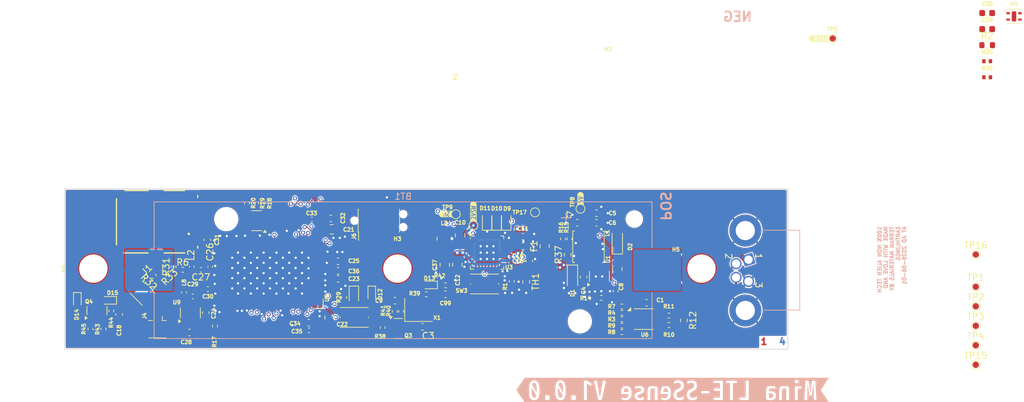
<source format=kicad_pcb>
(kicad_pcb (version 20241229) (generator "pcbnew") (generator_version "9.0")
  (title_block (title "Methanesense") (date "2024-08-05") (rev "v2.0.0"))
  (layers (0 "F.Cu" signal) (4 "In1.Cu" signal) (6 "In2.Cu" signal) (2 "B.Cu" signal) (13 "F.Paste" user) (15 "B.Paste" user) (5 "F.SilkS" user "F.Silkscreen") (7 "B.SilkS" user "B.Silkscreen") (1 "F.Mask" user) (3 "B.Mask" user) (25 "Edge.Cuts" user))
  (net 0 "")
  (net 1 "GND")
  (net 2 "Net-(BT1-+)")
  (net 3 "+3V3SW")
  (net 4 "Net-(Q3-D)")
  (net 5 "SENS_OUT_HF_REF")
  (net 6 "VCC")
  (net 7 "Net-(U5-DEC0)")
  (net 8 "+3V3")
  (net 9 "/POWER/SW")
  (net 10 "Net-(U1-CB)")
  (net 11 "/POWER/SW5V")
  (net 12 "+5VL")
  (net 13 "SENS_OUT")
  (net 14 "Net-(D9-K)")
  (net 15 "+5V")
  (net 16 "SENS_OUT_HF")
  (net 17 "Net-(C27-Pad2)")
  (net 18 "Net-(U5-GPS)")
  (net 19 "Net-(D10-K)")
  (net 20 "Net-(D11-K)")
  (net 21 "+BATT")
  (net 22 "/POWER/CC1")
  (net 23 "/POWER/CC2")
  (net 24 "/nrf9160/GPS_")
  (net 25 "+1V8SIM")
  (net 26 "/POWER/SW1")
  (net 27 "Net-(D12-K)")
  (net 28 "Net-(U3-VSET1)")
  (net 29 "/POWER/VIN")
  (net 30 "Net-(U3-SHPHLD)")
  (net 31 "Net-(U3-NTC)")
  (net 32 "+12V")
  (net 36 "Net-(J1-In)")
  (net 46 "/nrf9160/ANT")
  (net 82 "/POWER/A_P")
  (net 84 "Net-(U9-CT)")
  (net 86 "Net-(J3-RST)")
  (net 87 "Net-(J3-CLK)")
  (net 88 "Net-(J3-I{slash}O)")
  (net 90 "Net-(U9-VOUT)")
  (net 91 "/POWER/B_N")
  (net 93 "P0.08")
  (net 94 "P0.06")
  (net 95 "P0.07")
  (net 96 "P0.05")
  (net 97 "~{RESET}")
  (net 98 "SWDIO")
  (net 99 "SWDCLK")
  (net 100 "SWO")
  (net 101 "COEX0")
  (net 102 "SIM_RST")
  (net 103 "SIM_CLK")
  (net 104 "SIM_IO")
  (net 105 "P0.20{slash}AIN7")
  (net 106 "P0.02")
  (net 107 "P0.12")
  (net 108 "P0.29")
  (net 109 "P0.31")
  (net 110 "P0.03")
  (net 111 "P0.15{slash}AIN2")
  (net 112 "P0.10")
  (net 113 "P0.11")
  (net 114 "P0.16{slash}AIN3")
  (net 115 "P0.19{slash}AIN6")
  (net 116 "P0.13{slash}AIN0")
  (net 117 "P0.26")
  (net 118 "P0.14{slash}AIN1")
  (net 119 "P0.30")
  (net 120 "P0.17{slash}AIN4")
  (net 121 "P0.28")
  (net 122 "P0.09")
  (net 123 "P0.27")
  (net 124 "P0.01")
  (net 125 "P0.04")
  (net 126 "PHOTO_OUT")
  (net 127 "P0.18{slash}AIN5")
  (net 128 "HF_OSC")
  (net 129 "/POWER/FB")
  (net 130 "+3V6")
  (net 131 "Net-(Q4-B)")
  (net 132 "/POWER/RE{slash}DE'")
  (net 133 "/POWER/TXD'")
  (net 136 "Net-(D7-A)")
  (net 137 "Net-(R31-Pad1)")
  (net 138 "/POWER/RXD'")
  (net 139 "/POWER/A'")
  (net 140 "/POWER/B'")
  (net 141 "Net-(X1-OUT)")
  (net 142 "PWM")
  (net 144 "+3.3V")
  (net 145 "/POWER/RXD")
  (net 146 "/POWER/TXD")
  (net 147 "/POWER/RE{slash}DE")
  (net 148 "Net-(D14-K)")
  (footprint "Resistor_SMD:R_0402_1005Metric" (layer "F.Cu") (at 56.962865 71.685671)
    (property "Reference" "R6")
    (property "Value" "0R")
  )
  (footprint "MountingHole:MountingHole_2.2mm_M2" (layer "F.Cu") (at 121 38)
    (property "Reference" "H2")
    (property "Value" "MountingHole")
  )
  (footprint "Methanesense:C_0402_1005Metric_Sqr" (layer "F.Cu") (at 60.9 74.700218 180)
    (property "Reference" "C30")
    (property "Value" "56pF")
  )
  (footprint "Resistor_SMD:R_0603_1608Metric" (layer "F.Cu") (at 117.1 69.33 90)
    (property "Reference" "R37")
    (property "Value" "0R")
  )
  (footprint "kibuzzard-680B714A" (layer "F.Cu") (at 98.087337 62.967967 180)
    (property "Reference" "kibuzzard-680B714A" (hide yes))
    (property "Value" "G***" (hide yes))
  )
  (footprint "TestPoint:TestPoint_Pad_D1.0mm" (layer "F.Cu") (at 99.620468 63 180)
    (property "Reference" "TP9")
    (property "Value" "2V")
  )
  (footprint "Resistor_SMD:R_0402_1005Metric" (layer "F.Cu") (at 132.915 80.345)
    (property "Reference" "R10")
    (property "Value" "0R")
  )
  (footprint "Resistor_SMD:R_0402_1005Metric" (layer "F.Cu") (at 68.417689 61.28135 -90)
    (property "Reference" "R19")
    (property "Value" "100R")
  )
  (footprint "TestPoint:TestPoint_Pad_D1.0mm" (layer "F.Cu") (at 180.85 83.495)
    (property "Reference" "TP4")
    (property "Value" "RST")
  )
  (footprint "Capacitor_SMD:C_0603_1608Metric" (layer "F.Cu") (at 76.65 79.955 180)
    (property "Reference" "C34")
    (property "Value" "0.1uF")
  )
  (footprint "Capacitor_SMD:C_0603_1608Metric" (layer "F.Cu") (at 81.233607 73.100218)
    (property "Reference" "C23")
    (property "Value" "4.7uF")
  )
  (footprint "Diode_SMD:D_SOD-523" (layer "F.Cu") (at 86.5 75.5 -90)
    (property "Reference" "D12")
    (property "Value" "Zener Prot 5V")
    (property "VALUE" "" (hide yes))
  )
  (footprint "Resistor_SMD:R_0402_1005Metric" (layer "F.Cu") (at 90.086286 78.194234 90)
    (property "Reference" "R41")
    (property "Value" "10k")
    (property "VALUE" "" (hide yes))
  )
  (footprint "Capacitor_SMD:C_0805_2012Metric" (layer "F.Cu") (at 124.85 71.58 -90)
    (property "Reference" "C8")
    (property "Value" "2.2uF")
  )
  (footprint "Resistor_SMD:R_0402_1005Metric" (layer "F.Cu") (at 69.52402 61.28135 -90)
    (property "Reference" "R18")
    (property "Value" "100R")
  )
  (footprint "Capacitor_SMD:C_0603_1608Metric" (layer "F.Cu") (at 121.6 64.33)
    (property "Reference" "C6")
    (property "Value" "4.7uF")
  )
  (footprint "Capacitor_SMD:C_0603_1608Metric" (layer "F.Cu") (at 118.6 64.33 180)
    (property "Reference" "C7")
    (property "Value" "4.7uF")
  )
  (footprint "Capacitor_SMD:C_0805_2012Metric" (layer "F.Cu") (at 80.233607 65.350218)
    (property "Reference" "C21")
    (property "Value" "47uF")
  )
  (footprint "Methanesense:C_0402_1005Metric_Sqr" (layer "F.Cu") (at 57.161638 75.226648 -90)
    (property "Reference" "L8")
    (property "Value" "68 nH")
  )
  (footprint "LED_SMD:LED_0603_1608Metric" (layer "F.Cu") (at 106 64 90)
    (property "Reference" "D10")
    (property "Value" "LED")
  )
  (footprint "LED_SMD:LED_0603_1608Metric" (layer "F.Cu") (at 107.5 64 90)
    (property "Reference" "D9")
    (property "Value" "LED")
  )
  (footprint "Resistor_SMD:R_0402_1005Metric" (layer "F.Cu") (at 125.5625 79.425)
    (property "Reference" "R3")
    (property "Value" "10k")
  )
  (footprint "esprelay:SEXY_pinpogo" (layer "F.Cu") (at 87.6 64 90)
    (property "Reference" "J6")
    (property "Value" "JLINK")
  )
  (footprint "LED_SMD:LED_0603_1608Metric" (layer "F.Cu") (at 104.5 64 90)
    (property "Reference" "D11")
    (property "Value" "LED")
  )
  (footprint "Resistor_SMD:R_0402_1005Metric" (layer "F.Cu") (at 91.086286 78.194234 -90)
    (property "Reference" "R40")
    (property "Value" "10k")
    (property "VALUE" "" (hide yes))
  )
  (footprint "Capacitor_SMD:C_0805_2012Metric" (layer "F.Cu") (at 79.906528 79.145751 90)
    (property "Reference" "C22")
    (property "Value" "47uF")
  )
  (footprint "Resistor_SMD:R_0402_1005Metric" (layer "F.Cu") (at 117.390952 66.85645 90)
    (property "Reference" "R15")
    (property "Value" "15k")
  )
  (footprint "Methanesense:U.FL_Hirose_U.FL-R-SMT-1_Vertical" (layer "F.Cu") (at 51 75 -135)
    (property "Reference" "J1")
    (property "Value" "HIROSE ELECTRIC U.FL-R-SMT-1")
  )
  (footprint "Methanesense:SW_Push_1P1T_NO_CK_KMR2" (layer "F.Cu") (at 83.75 79.127818 180)
    (property "Reference" "SW1" (hide yes))
    (property "Value" "KMR223NGLFG")
  )
  (footprint "Capacitor_SMD:C_0603_1608Metric" (layer "F.Cu") (at 110.115686 68)
    (property "Reference" "C16")
    (property "Value" "1uF")
  )
  (footprint "LED_SMD:LED_0603_1608Metric" (layer "F.Cu") (at 83.7 75.727818 -90)
    (property "Reference" "D7" (hide yes))
    (property "Value" "LG L29K-G2J1-24-Z")
  )
  (footprint "Oscillator:Oscillator_SMD_SeikoEpson_SG8002CE-4Pin_3.2x2.5mm" (layer "F.Cu") (at 93.8 77.95)
    (property "Reference" "X1")
    (property "Value" "KC3225K75.0000C1GE00")
    (property "VALUE" "" (hide yes))
  )
  (footprint "Resistor_SMD:R_0402_1005Metric" (layer "F.Cu") (at 182.63 41.57)
    (property "Reference" "R36")
    (property "Value" "10k")
    (property "VALUE" "" (hide yes))
  )
  (footprint "kibuzzard-680B715D" (layer "F.Cu") (at 102.374086 62.652045 90)
    (property "Reference" "kibuzzard-680B715D" (hide yes))
    (property "Value" "G***" (hide yes))
  )
  (footprint "Methanesense:C_0402_1005Metric_Sqr" (layer "F.Cu") (at 61.252083 71.197818 90)
    (property "Reference" "C26")
    (property "Value" "15pF")
  )
  (footprint "Resistor_SMD:R_0402_1005Metric" (layer "F.Cu") (at 98.01 74.116465)
    (property "Reference" "R42")
    (property "Value" "1M")
    (property "VALUE" "" (hide yes))
  )
  (footprint "Resistor_SMD:R_0402_1005Metric" (layer "F.Cu") (at 125.5625 80.425)
    (property "Reference" "R9")
    (property "Value" "0R")
  )
  (footprint "TestPoint:TestPoint_Pad_D1.0mm" (layer "F.Cu") (at 180.85 77.395)
    (property "Reference" "TP2")
    (property "Value" "SWDCLK")
  )
  (footprint "Capacitor_SMD:C_0805_2012Metric" (layer "F.Cu") (at 99.864803 70.9 -90)
    (property "Reference" "C12")
    (property "Value" "10uF")
  )
  (footprint "Package_TO_SOT_SMD:SOT-23-6" (layer "F.Cu") (at 122.05 72.7175 90)
    (property "Reference" "U1")
    (property "Value" "LV2862XDDC")
  )
  (footprint "Diode_SMD:D_SOD-523" (layer "F.Cu") (at 45.374308 76.45799 180)
    (property "Reference" "D15")
    (property "Value" "CDSU101A")
    (property "VALUE" "" (hide yes))
  )
  (footprint "Fuse:Fuse_0805_2012Metric" (layer "F.Cu") (at 113.5 68 90)
    (property "Reference" "F1")
    (property "Value" "0805L110WR")
  )
  (footprint "Methanesense:C_0402_1005Metric_Sqr" (layer "F.Cu") (at 76.690697 81.154012 180)
    (property "Reference" "C35")
    (property "Value" "15pF")
  )
  (footprint "Methanesense:C_0402_1005Metric_Sqr" (layer "F.Cu") (at 59.799441 71.677818 180)
    (property "Reference" "C27")
    (property "Value" "15pF")
  )
  (footprint "Diode_SMD:D_SOD-523" (layer "F.Cu") (at 95.5 74.054785 180)
    (property "Reference" "D13")
    (property "Value" "CDSU101A")
    (property "VALUE" "" (hide yes))
  )
  (footprint "Resistor_SMD:R_0402_1005Metric" (layer "F.Cu") (at 54.082239 72.01671 -135)
    (property "Reference" "R33")
    (property "Value" "0R")
  )
  (footprint "Capacitor_SMD:C_0603_1608Metric" (layer "F.Cu") (at 98.010239 75.516465)
    (property "Reference" "C99")
    (property "Value" "1nF")
    (property "VALUE" "" (hide yes))
  )
  (footprint "Methanesense:C_0402_1005Metric_Sqr" (layer "F.Cu") (at 58.522198 75.85277)
    (property "Reference" "C29")
    (property "Value" "56pF")
  )
  (footprint "Capacitor_SMD:C_0603_1608Metric" (layer "F.Cu") (at 182.63 34.04)
    (property "Reference" "C39")
    (property "Value" "1uF")
  )
  (footprint "Capacitor_SMD:C_0603_1608Metric" (layer "F.Cu") (at 129.415 76.845 180)
    (property "Reference" "C1")
    (property "Value" "0.1uF")
  )
  (footprint "Mounting_Wuerth:Mounting_Wuerth_WA-SMSI-M3_H2.5mm_9774025360" (layer "F.Cu") (at 90.5 71.5)
    (property "Reference" "H3")
    (property "Value" "9774025360R")
    (property "VALUE" "" (hide yes))
  )
  (footprint "Resistor_SMD:R_0402_1005Metric" (layer "F.Cu") (at 125.5625 81.425)
    (property "Reference" "R8")
    (property "Value" "0R")
  )
  (footprint "Methanesense:C_0402_1005Metric_Sqr" (layer "F.Cu") (at 58.368911 71.197818 90)
    (property "Reference" "L2")
    (property "Value" "39NH")
  )
  (footprint "Resistor_SMD:R_0402_1005Metric" (layer "F.Cu") (at 122.35 76.08 180)
    (property "Reference" "R14")
    (property "Value" "10k")
  )
  (footprint "TestPoint:TestPoint_Pad_D1.0mm" (layer "F.Cu") (at 180.85 69.295)
    (property "Reference" "TP16")
    (property "Value" "GND")
  )
  (footprint "Resistor_SMD:R_0402_1005Metric" (layer "F.Cu") (at 42.546461 80.958648 -90)
    (property "Reference" "R45")
    (property "Value" "10k")
    (property "VALUE" "" (hide yes))
  )
  (footprint "Capacitor_SMD:C_0603_1608Metric" (layer "F.Cu") (at 182.63 31.53)
    (property "Reference" "C38")
    (property "Value" "0.1uF")
  )
  (footprint "Diode_SMD:D_MicroSMP_AK" (layer "F.Cu") (at 117.85 73.08 -90)
    (property "Reference" "D1")
    (property "Value" "MSS1P3L-M3/89A")
  )
  (footprint "Capacitor_SMD:C_0603_1608Metric" (layer "F.Cu") (at 58 81.5)
    (property "Reference" "C28")
    (property "Value" "1uF")
  )
  (footprint "Methanesense:693043020611" (layer "F.Cu") (at 52.8 64.172603 -90)
    (property "Reference" "J3" (hide yes))
    (property "Value" "693043020611")
    (property "VALUE" "693043020611" (hide yes))
  )
  (footprint "TestPoint:TestPoint_Pad_D1.0mm" (layer "F.Cu") (at 112 62.7 180)
    (property "Reference" "TP17")
    (property "Value" "GND")
  )
  (footprint "Capacitor_SMD:C_0603_1608Metric" (layer "F.Cu") (at 47.017248 78.66849 -90)
    (property "Reference" "C18")
    (property "Value" "1nF")
    (property "VALUE" "" (hide yes))
  )
  (footprint "Resistor_SMD:R_0402_1005Metric" (layer "F.Cu") (at 67 61.242922 -90)
    (property "Reference" "R20")
    (property "Value" "100R")
  )
  (footprint "Methanesense:LGA_9160_16.0x10.5mm" (layer "F.Cu") (at 70.6 72.2 180)
    (property "Reference" "U5")
    (property "Value" "nRF9160-SICA")
  )
  (footprint "Resistor_SMD:R_0402_1005Metric" (layer "F.Cu") (at 52.504454 72.761674 135)
    (property "Reference" "R32")
    (property "Value" "0R")
  )
  (footprint "TestPoint:TestPoint_Pad_D1.0mm" (layer "F.Cu") (at 180.85 74.345)
    (property "Reference" "TP1")
    (property "Value" "SWDIO")
  )
  (footprint "Methanesense:L_Abracon_AMDLA4020S" (layer "F.Cu") (at 120.35 68.08 90)
    (property "Reference" "L1")
    (property "Value" "22uH")
  )
  (footprint "Resistor_SMD:R_0402_1005Metric" (layer "F.Cu") (at 44.577732 80.938734 90)
    (property "Reference" "R43")
    (property "Value" "10k")
    (property "VALUE" "" (hide yes))
  )
  (footprint "Capacitor_SMD:C_0805_2012Metric" (layer "F.Cu") (at 100.3 66.3 -90)
    (property "Reference" "C10")
    (property "Value" "10uF")
  )
  (footprint "Package_TO_SOT_SMD:SOT-23-6" (layer "F.Cu") (at 58.15 78.427818 90)
    (property "Reference" "U9")
    (property "Value" "TPS22917DBV")
  )
  (footprint "Capacitor_SMD:C_0603_1608Metric" (layer "F.Cu") (at 94.410239 80.606465)
    (property "Reference" "C3")
    (property "Value" "100nF")
    (property "VALUE" "" (hide yes))
  )
  (footprint "Resistor_SMD:R_0402_1005Metric" (layer "F.Cu") (at 62 80.5 90)
    (property "Reference" "R17")
    (property "Value" "1M")
  )
  (footprint "Sensor_Humidity:Sensirion_DFN-4-1EP_2x2mm_P1mm_EP0.7x1.6mm" (layer "F.Cu") (at 186.825 32.05)
    (property "Reference" "U4")
    (property "Value" "SHTC3")
    (property "VALUE" "" (hide yes))
  )
  (footprint "Resistor_SMD:R_0603_1608Metric" (layer "F.Cu") (at 135.234601 79.597451 -90)
    (property "Reference" "R12")
    (property "Value" "120R")
  )
  (footprint "Capacitor_SMD:C_0603_1608Metric" (layer "F.Cu") (at 81.233607 70.350218)
    (property "Reference" "C25")
    (property "Value" "4.7uF")
  )
  (footprint "TestPoint:TestPoint_Pad_D1.0mm" (layer "F.Cu") (at 119.1 62.13 90)
    (property "Reference" "TP8")
    (property "Value" "5V")
  )
  (footprint "Resistor_SMD:R_0402_1005Metric" (layer "F.Cu") (at 125.5625 77.425)
    (property "Reference" "R7")
    (property "Value" "0R")
  )
  (footprint "Resistor_SMD:R_0402_1005Metric" (layer "F.Cu") (at 95 75.516465 180)
    (property "Reference" "R39")
    (property "Value" "10k")
    (property "VALUE" "" (hide yes))
  )
  (footprint "TestPoint:TestPoint_Pad_D1.0mm" (layer "F.Cu") (at 158.5 35.5)
    (property "Reference" "TP5")
    (property "Value" "VIN")
  )
  (footprint "Resistor_SMD:R_0402_1005Metric" (layer "F.Cu") (at 124.6 75.005 -90)
    (property "Reference" "R13" (hide yes))
    (property "Value" "56k")
  )
  (footprint "Capacitor_SMD:C_0603_1608Metric" (layer "F.Cu") (at 60.548199 78.394281 90)
    (property "Reference" "C24")
    (property "Value" "1nF")
  )
  (footprint "Capacitor_SMD:C_0603_1608Metric" (layer "F.Cu") (at 60.8 67 -90)
    (property "Reference" "C31")
    (property "Value" "1uF")
  )
  (footprint "Resistor_SMD:R_0603_1608Metric" (layer "F.Cu") (at 110.618524 73.557237 90)
    (property "Reference" "TH1")
    (property "Value" "10k NTC")
  )
  (footprint "Resistor_SMD:R_0402_1005Metric" (layer "F.Cu") (at 82.166472 76.017818 -90)
    (property "Reference" "R29")
    (property "Value" "150R")
  )
  (footprint "Methanesense:C_0402_1005Metric_Sqr" (layer "F.Cu") (at 77.13381 63.80456 180)
    (property "Reference" "C33")
    (property "Value" "15pF")
  )
  (footprint "Resistor_SMD:R_0402_1005Metric" (layer "F.Cu") (at 182.63 39.06)
    (property "Reference" "R35")
    (property "Value" "10k")
    (property "VALUE" "" (hide yes))
  )
  (footprint "TestPoint:TestPoint_Pad_D1.0mm" (layer "F.Cu") (at 102.370468 64.75 180)
    (property "Reference" "TP10" (hide yes))
    (property "Value" "I1")
  )
  (footprint "Capacitor_SMD:C_0603_1608Metric" (layer "F.Cu") (at 121.6 62.83)
    (property "Reference" "C5")
    (property "Value" "4.7uF")
  )
  (footprint "Methanesense:SW_Push_1P1T_NO_CK_KMR2" (layer "F.Cu") (at 104.115686 73.904915)
    (property "Reference" "SW3")
    (property "Value" "KMR223NGLFG")
  )
  (footprint "Resistor_SMD:R_0402_1005Metric" (layer "F.Cu") (at 88.203216 80.721076 90)
    (property "Reference" "R38")
    (property "Value" "10k")
    (property "VALUE" "" (hide yes))
  )
  (footprint "Resistor_SMD:R_0402_1005Metric" (layer "F.Cu") (at 108.361308 73.5 -90)
    (property "Reference" "R1")
    (property "Value" "68k")
  )
  (footprint "Capacitor_SMD:C_0805_2012Metric" (layer "F.Cu") (at 97.9 70.9 -90)
    (property "Reference" "C37")
    (property "Value" "10uF")
  )
  (footprint "Package_TO_SOT_SMD:SOT-23" (layer "F.Cu") (at 90.619734 80.858378)
    (property "Reference" "Q3")
    (property "Value" "IRLML6401")
    (property "VALUE" "" (hide yes))
  )
  (footprint "Methanesense:QFN-32-1EP_5x5mm_P0.5mm_EP3.6x3.6mm_ThermalVias" (layer "F.Cu") (at 104.5 69)
    (property "Reference" "U3")
    (property "Value" "nPM1300-QEXX")
  )
  (footprint "Capacitor_SMD:C_0603_1608Metric" (layer "F.Cu") (at 80.089328 63.648312)
    (property "Reference" "C32")
    (property "Value" "0.1uF")
  )
  (footprint "Capacitor_SMD:C_0603_1608Metric" (layer "F.Cu") (at 119.6 72.83 90)
    (property "Reference" "C4")
    (property "Value" "0.1uF")
  )
  (footprint "TestPoint:TestPoint_Pad_D1.0mm" (layer "F.Cu") (at 180.85 86.545)
    (property "Reference" "TP15")
    (property "Value" "GND")
  )
  (footprint "Capacitor_SMD:C_0603_1608Metric" (layer "F.Cu") (at 90.110239 76.516465 180)
    (property "Reference" "C9")
    (property "Value" "1nF")
    (property "VALUE" "" (hide yes))
  )
  (footprint "kibuzzard-680B6FC7" (layer "F.Cu") (at 156.455299 35.511122)
    (property "Reference" "kibuzzard-680B6FC7" (hide yes))
    (property "Value" "G***" (hide yes))
  )
  (footprint "Mounting_Wuerth:Mounting_Wuerth_WA-SMSI-M3_H2.5mm_9774025360" (layer "F.Cu") (at 138 71.5)
    (property "Reference" "H5")
    (property "Value" "9774025360R")
    (property "VALUE" "" (hide yes))
  )
  (footprint "Resistor_SMD:R_0402_1005Metric" (layer "F.Cu") (at 125.5625 78.425 180)
    (property "Reference" "R4")
    (property "Value" "10k")
  )
  (footprint "Resistor_SMD:R_0402_1005Metric" (layer "F.Cu") (at 45.792511 78.110887 -90)
    (property "Reference" "R44")
    (property "Value" "1M")
    (property "VALUE" "" (hide yes))
  )
  (footprint "Resistor_SMD:R_0402_1005Metric" (layer "F.Cu") (at 132.915 78.845)
    (property "Reference" "R11")
    (property "Value" "0R")
  )
  (footprint "Capacitor_SMD:C_0603_1608Metric" (layer "F.Cu") (at 111.115686 70.3 90)
    (property "Reference" "C15")
    (property "Value" "4.7uF")
  )
  (footprint "Resistor_SMD:R_0603_1608Metric" (layer "F.Cu") (at 182.63 36.55)
    (property "Reference" "R2")
    (property "Value" "470R")
    (property "VALUE" "" (hide yes))
  )
  (footprint "Resistor_SMD:R_0402_1005Metric" (layer "F.Cu") (at 55.554388 71.217877 90)
    (property "Reference" "R31")
    (property "Value" "0R")
  )
  (footprint "Resistor_SMD:R_0402_1005Metric" (layer "F.Cu") (at 116.369295 66.84934 90)
    (property "Reference" "R16")
    (property "Value" "10k")
  )
  (footprint "kibuzzard-680B701D" (layer "F.Cu") (at 119.096016 60.608489 90)
    (property "Reference" "kibuzzard-680B701D" (hide yes))
    (property "Value" "G***" (hide yes))
  )
  (footprint "Package_SON:VSON-8-1EP_3x3mm_P0.65mm_EP1.6x2.4mm" (layer "F.Cu") (at 129 79.4)
    (property "Reference" "U6")
    (property "Value" "THVD1450DR")
  )
  (footprint "Inductor_SMD:L_1008_2520Metric" (layer "F.Cu") (at 97.8 66.8 -90)
    (property "Reference" "L3")
    (property "Value" "2.2uH")
  )
  (footprint "Capacitor_SMD:C_0603_1608Metric" (layer "F.Cu") (at 110.115686 66.5)
    (property "Reference" "C11")
    (property "Value" "1uF")
  )
  (footprint "Package_TO_SOT_SMD:SOT-23-6" (layer "F.Cu") (at 68.5 64 180)
    (property "Reference" "U8" (hide yes))
    (property "Value" "USBLC6-4SC6")
  )
  (footprint "Diode_SMD:D_MicroSMP_AK" (layer "F.Cu") (at 124.85 67.08 90)
    (property "Reference" "D2")
    (property "Value" "MSS1P3L-M3/89A")
  )
  (footprint "Methanesense:U.FL_Hirose_U.FL-R-SMT-1_Vertical" (layer "F.Cu") (at 53 80.5 -90)
    (property "Reference" "J4")
    (property "Value" "HIROSE ELECTRIC U.FL-R-SMT-1")
  )
  (footprint "Package_TO_SOT_SMD:SOT-23" (layer "F.Cu") (at 43.55 78.0625 90)
    (property "Reference" "Q4")
    (property "Value" "MMBT3906")
    (property "VALUE" "" (hide yes))
  )
  (footprint "Capacitor_SMD:C_0603_1608Metric" (layer "F.Cu") (at 81.233607 71.850218)
    (property "Reference" "C36")
    (property "Value" "0.1uF")
  )
  (footprint "MountingHole:MountingHole_2.2mm_M2" (layer "F.Cu") (at 101 38.5 -90)
    (property "Reference" "H1")
    (property "Value" "MountingHole")
  )
  (footprint "Mounting_Wuerth:Mounting_Wuerth_WA-SMSI-M3_H2.5mm_9774025360" (layer "F.Cu") (at 43 71.5 90)
    (property "Reference" "H4")
    (property "Value" "9774025360R")
    (property "VALUE" "" (hide yes))
  )
  (footprint "Diode_SMD:D_SOD-523" (layer "F.Cu") (at 40.5 76.5 -90)
    (property "Reference" "D14")
    (property "Value" "Zener Prot 5V")
    (property "VALUE" "" (hide yes))
  )
  (footprint "TestPoint:TestPoint_Pad_D1.0mm" (layer "F.Cu") (at 180.85 80.445)
    (property "Reference" "TP3")
    (property "Value" "SWO")
  )
  (footprint "Methanesense:STEWART_SS-12800-004_M8_04_Socket_Right_Angle" (layer "B.Cu") (at 145.35 73.5 90)
    (property "Reference" "J2" (hide yes))
    (property "Value" "IEC61076-2_M8_A-coding_01x04_Receptacle_Shielded")
  )
  (footprint "kibuzzard-689F1011" (layer "B.Cu") (at 133.5 90.5 180)
    (property "Reference" "kibuzzard-689F1011" (hide yes))
    (property "Value" "G***" (hide yes))
  )
  (footprint "Battery:BatteryHolder_Keystone_1042_1x18650" (layer "B.Cu") (at 91.38 71.75 180)
    (property "Reference" "BT1")
    (property "Value" "Keystone 1042")
  )
  (gr_line (start 109.975106 69.1) (end 110.128889 68.655412) (stroke (width 0.15)) (layer "F.SilkS"))
  (gr_line (start 110.193992 70.34086) (end 110.526741 70.326392) (stroke (width 0.15)) (layer "F.SilkS"))
  (gr_rect (start 38.5 59) (end 151.5 84.1) (stroke (width 0.1)) (fill no) (layer "Edge.Cuts"))
  (gr_text "1" (at 147.123107 83.5 0) (layer "F.Cu") (effects (font (size 1 1) (thickness 0.25) (bold yes)) (justify left bottom)))
  (gr_text "4" (at 150 83.5 0) (layer "B.Cu") (effects (font (size 1 1) (thickness 0.25) (bold yes)) (justify left bottom)))
  (gr_text "NEG" (at 146.052534 32.967747 0) (layer "B.SilkS") (effects (font (size 1.5 1.5) (thickness 0.3) (bold yes)) (justify left bottom mirror)))
  (gr_text "POS" (at 131.5 64.172603 270) (layer "B.SilkS") (effects (font (size 1.5 1.5) (thickness 0.3) (bold yes)) (justify left bottom mirror)))
  (gr_text "100% NON ALIEN TECH\nMADE WITH LOVE AND\nTERRAN MATERIALS BY \nEARTHLINGS\nAT AD ${CURRENT_DATE}" (at 170.045444 64.828923 90) (layer "B.SilkS") (effects (font (size 0.6 0.6) (thickness 0.15) (bold yes)) (justify left bottom mirror)))
  (via (at 74.5 60.5) (size 0.65) (drill 0.35) (layers "F.Cu" "B.Cu") (net 0))
  (segment (start 75.85 77.2) (end 75.85 78.273316) (width 0.3) (layer "F.Cu") (net 1))
  (segment (start 64.6 75.4) (end 76.6 75.4) (width 0.8) (layer "F.Cu") (net 1))
  (segment (start 62.350863 75.7) (end 62.051067 75.400204) (width 0.184) (layer "F.Cu") (net 1))
  (segment (start 78.35 75.2) (end 79.133825 75.2) (width 0.25) (layer "F.Cu") (net 1))
  (segment (start 102.05 67.75) (end 100.8 67.75) (width 0.3) (layer "F.Cu") (net 1))
  (segment (start 64.85 77.2) (end 64.85 77.955) (width 0.3) (layer "F.Cu") (net 1))
  (segment (start 68.6 69) (end 68.6 75.4) (width 0.8) (layer "F.Cu") (net 1))
  (segment (start 79.471144 70.6) (end 79.371144 70.7) (width 0.15) (layer "F.Cu") (net 1))
  (segment (start 111.715686 68.7) (end 111.715686 68.925) (width 0.3) (layer "F.Cu") (net 1))
  (segment (start 104.25 66.55) (end 104.25 68.75) (width 0.15) (layer "F.Cu") (net 1))
  (segment (start 71.85 77.663603) (end 72.251397 78.065) (width 0.25) (layer "F.Cu") (net 1))
  (segment (start 88.87 60.37) (end 88.853154 60.353154) (width 0.3) (layer "F.Cu") (net 1))
  (segment (start 99.864803 71.85) (end 97.9 71.85) (width 0.3) (layer "F.Cu") (net 1))
  (segment (start 62.85 69.2) (end 61.999782 69.2) (width 0.184) (layer "F.Cu") (net 1))
  (segment (start 100.964802 71.193286) (end 101.05 71.108088) (width 0.3) (layer "F.Cu") (net 1))
  (segment (start 74.6 69) (end 74.6 75.4) (width 0.8) (layer "F.Cu") (net 1))
  (segment (start 62.85 72.2) (end 62.8 72.15) (width 0.3) (layer "F.Cu") (net 1))
  (segment (start 100.435614 70.95) (end 99.864803 71.520811) (width 0.3) (layer "F.Cu") (net 1))
  (segment (start 70.85 66.550003) (end 70.499997 66.2) (width 0.15) (layer "F.Cu") (net 1))
  (segment (start 62.147032 73.7) (end 61.962557 73.884475) (width 0.25) (layer "F.Cu") (net 1))
  (segment (start 62.85 75.2) (end 62.251271 75.2) (width 0.184) (layer "F.Cu") (net 1))
  (segment (start 74.6 69) (end 64.6 69) (width 0.8) (layer "F.Cu") (net 1))
  (segment (start 65.35 66.394873) (end 65.35 67.2) (width 0.15) (layer "F.Cu") (net 1))
  (segment (start 62.85 77.350218) (end 62.1 78.100218) (width 0.3) (layer "F.Cu") (net 1))
  (segment (start 62.007144 67.2) (end 61.894582 67.087438) (width 0.15) (layer "F.Cu") (net 1))
  (segment (start 101.138728 70.466893) (end 100.655621 70.95) (width 0.3) (layer "F.Cu") (net 1))
  (segment (start 100.565851 71.148952) (end 99.864803 71.85) (width 0.3) (layer "F.Cu") (net 1))
  (segment (start 62.099782 72.7) (end 61.9 72.500218) (width 0.184) (layer "F.Cu") (net 1))
  (segment (start 65.85 77.2) (end 65.85 77.755) (width 0.3) (layer "F.Cu") (net 1))
  (segment (start 72.6 69) (end 72.6 75.4) (width 0.8) (layer "F.Cu") (net 1))
  (segment (start 110.890686 68) (end 110.890686 69.3) (width 0.3) (layer "F.Cu") (net 1))
  (segment (start 121.525 77.005) (end 121.525 76.08) (width 0.217545) (layer "F.Cu") (net 1))
  (segment (start 66.767786 66.351) (end 66.85 66.433214) (width 0.15) (layer "F.Cu") (net 1))
  (segment (start 106.25 71.7) (end 106.25 71.45) (width 0.3) (layer "F.Cu") (net 1))
  (segment (start 110.890686 66.5) (end 110.890686 68) (width 0.3) (layer "F.Cu") (net 1))
  (segment (start 78.35 78.923721) (end 78.335402 78.938319) (width 0.4) (layer "F.Cu") (net 1))
  (segment (start 62.85 72.2) (end 62.200218 72.2) (width 0.3) (layer "F.Cu") (net 1))
  (segment (start 111.115686 69.525) (end 112.015686 70) (width 0.3) (layer "F.Cu") (net 1))
  (segment (start 99.85 66.8) (end 100.3 67.25) (width 0.3) (layer "F.Cu") (net 1))
  (segment (start 62.85 77.2) (end 62.000218 77.2) (width 0.3) (layer "F.Cu") (net 1))
  (segment (start 99.042054 66.8) (end 99.85 66.8) (width 0.3) (layer "F.Cu") (net 1))
  (segment (start 74.05 80.350218) (end 73.45 79.750218) (width 0.25) (layer "F.Cu") (net 1))
  (segment (start 66.6 69) (end 66.6 75.4) (width 0.8) (layer "F.Cu") (net 1))
  (segment (start 64.6 70.6) (end 76.6 70.6) (width 0.8) (layer "F.Cu") (net 1))
  (segment (start 100.964802 71.213748) (end 100.964802 71.193286) (width 0.3) (layer "F.Cu") (net 1))
  (segment (start 112.015686 70) (end 112.055686 69.525) (width 0.3) (layer "F.Cu") (net 1))
  (segment (start 68.35 66.708) (end 68.35 67.2) (width 0.15) (layer "F.Cu") (net 1))
  (segment (start 73.35 65.724756) (end 73.212995 65.587751) (width 0.15) (layer "F.Cu") (net 1))
  (segment (start 64.85 77.955) (end 65 78.105) (width 0.3) (layer "F.Cu") (net 1))
  (segment (start 79.133825 75.2) (end 79.233607 75.100218) (width 0.25) (layer "F.Cu") (net 1))
  (segment (start 66.85 77.2) (end 66.85 77.912772) (width 0.3) (layer "F.Cu") (net 1))
  (segment (start 70.85 67.2) (end 70.85 66.550003) (width 0.15) (layer "F.Cu") (net 1))
  (segment (start 101.635614 69.75) (end 102.05 69.75) (width 0.3) (layer "F.Cu") (net 1))
  (segment (start 79.58118 68.850218) (end 79.58118 69.052648) (width 0.15) (layer "F.Cu") (net 1))
  (segment (start 79.433828 69.2) (end 78.35 69.2) (width 0.15) (layer "F.Cu") (net 1))
  (segment (start 106.920696 71.923805) (end 106.473805 71.923805) (width 0.3) (layer "F.Cu") (net 1))
  (segment (start 62.200218 72.2) (end 61.9 72.500218) (width 0.3) (layer "F.Cu") (net 1))
  (segment (start 71.85 77.2) (end 71.85 77.663603) (width 0.25) (layer "F.Cu") (net 1))
  (segment (start 76.6 73.8) (end 64.6 73.8) (width 0.8) (layer "F.Cu") (net 1))
  (segment (start 65 78.105) (end 65.5 78.105) (width 0.3) (layer "F.Cu") (net 1))
  (segment (start 80.23672 66.436938) (end 80.5 66.700218) (width 0.25) (layer "F.Cu") (net 1))
  (segment (start 65.85 77.755) (end 66.2 78.105) (width 0.3) (layer "F.Cu") (net 1))
  (segment (start 75.85 78.273316) (end 75.78554 78.337776) (width 0.3) (layer "F.Cu") (net 1))
  (segment (start 78.35 67.106602) (end 79.019664 66.436938) (width 0.25) (layer "F.Cu") (net 1))
  (segment (start 76.6 69.805) (end 76.6 75.4) (width 0.8) (layer "F.Cu") (net 1))
  (segment (start 62.811301 66.38687) (end 62.811301 66.411301) (width 0.15) (layer "F.Cu") (net 1))
  (segment (start 111.715686 68.925) (end 111.115686 69.525) (width 0.3) (layer "F.Cu") (net 1))
  (segment (start 66.35 77.955) (end 66.2 78.105) (width 0.3) (layer "F.Cu") (net 1))
  (segment (start 78.883825 73.7) (end 79.233607 73.350218) (width 0.3) (layer "F.Cu") (net 1))
  (segment (start 79.083389 73.2) (end 79.233607 73.350218) (width 0.25) (layer "F.Cu") (net 1))
  (segment (start 62.85 74.2) (end 62.278082 74.2) (width 0.184) (layer "F.Cu") (net 1))
  (segment (start 110.890686 66.532103) (end 110.18138 67.241409) (width 0.3) (layer "F.Cu") (net 1))
  (segment (start 110.943384 68) (end 111.677967 67.265417) (width 0.3) (layer "F.Cu") (net 1))
  (segment (start 121.625452 77.031882) (end 121.551882 77.031882) (width 0.217545) (layer "F.Cu") (net 1))
  (segment (start 62.85 67.2) (end 62.007144 67.2) (width 0.15) (layer "F.Cu") (net 1))
  (segment (start 101.05 70.378165) (end 101.05 70.335614) (width 0.3) (layer "F.Cu") (net 1))
  (segment (start 63.95 78.255) (end 64.35 78.255) (width 0.3) (layer "F.Cu") (net 1))
  (segment (start 63.85 78.155) (end 63.95 78.255) (width 0.3) (layer "F.Cu") (net 1))
  (segment (start 68.723002 66.334998) (end 68.35 66.708) (width 0.15) (layer "F.Cu") (net 1))
  (segment (start 78.35 74.7) (end 78.833389 74.7) (width 0.3) (layer "F.Cu") (net 1))
  (segment (start 101.05 71.108088) (end 101.05 70.555621) (width 0.3) (layer "F.Cu") (net 1))
  (segment (start 110.890686 66.5) (end 111.436499 66.5) (width 0.3) (layer "F.Cu") (net 1))
  (segment (start 62.85 77.2) (end 62.85 77.955) (width 0.3) (layer "F.Cu") (net 1))
  (segment (start 78.35 74.2) (end 79.133825 74.2) (width 0.25) (layer "F.Cu") (net 1))
  (segment (start 117.825 63.105) (end 117.85 63.08) (width 0.217545) (layer "F.Cu") (net 1))
  (segment (start 66.688561 66.351) (end 66.767786 66.351) (width 0.15) (layer "F.Cu") (net 1))
  (segment (start 63.845964 66.410499) (end 63.85 66.414535) (width 0.15) (layer "F.Cu") (net 1))
  (segment (start 75.208706 65.616176) (end 75.208706 66.10029) (width 0.15) (layer "F.Cu") (net 1))
  (segment (start 106.473805 71.923805) (end 106.25 71.7) (width 0.3) (layer "F.Cu") (net 1))
  (segment (start 101.05 70.555621) (end 101.138728 70.466893) (width 0.3) (layer "F.Cu") (net 1))
  (segment (start 74.445218 79.955) (end 75.875 79.955) (width 0.25) (layer "F.Cu") (net 1))
  (segment (start 69.35 78.554111) (end 69.299111 78.605) (width 0.25) (layer "F.Cu") (net 1))
  (segment (start 62.85 72.7) (end 62.099782 72.7) (width 0.184) (layer "F.Cu") (net 1))
  (segment (start 78.35 72.2) (end 79.083389 72.2) (width 0.25) (layer "F.Cu") (net 1))
  (segment (start 62.85 75.7) (end 62.350863 75.7) (width 0.184) (layer "F.Cu") (net 1))
  (segment (start 73.45 78.153786) (end 73.85 77.753786) (width 0.25) (layer "F.Cu") (net 1))
  (segment (start 79.083389 72.2) (end 79.233607 72.350218) (width 0.25) (layer "F.Cu") (net 1))
  (segment (start 62.85 73.7) (end 62.147032 73.7) (width 0.25) (layer "F.Cu") (net 1))
  (segment (start 101.05 70.335614) (end 101.635614 69.75) (width 0.3) (layer "F.Cu") (net 1))
  (segment (start 70.6 69) (end 70.6 75.4) (width 0.8) (layer "F.Cu") (net 1))
  (segment (start 66.85 77.912772) (end 66.984456 78.047228) (width 0.3) (layer "F.Cu") (net 1))
  (segment (start 69.35 77.2) (end 69.35 78.554111) (width 0.25) (layer "F.Cu") (net 1))
  (segment (start 117.825 64.33) (end 116.85 64.33) (width 0.217545) (layer "F.Cu") (net 1))
  (segment (start 122.375 64.33) (end 123.35 64.33) (width 0.217545) (layer "F.Cu") (net 1))
  (segment (start 122.375 64.33) (end 122.375 65.305) (width 0.217545) (layer "F.Cu") (net 1))
  (segment (start 64.6 69) (end 64.6 75.4) (width 0.8) (layer "F.Cu") (net 1))
  (segment (start 67.35 77.681684) (end 66.984456 78.047228) (width 0.3) (layer "F.Cu") (net 1))
  (segment (start 79.371144 70.7) (end 78.35 70.7) (width 0.15) (layer "F.Cu") (net 1))
  (segment (start 62.85 66.45) (end 62.85 67.2) (width 0.15) (layer "F.Cu") (net 1))
  (segment (start 104.25 65.965686) (end 104.25 66.55) (width 0.25) (layer "F.Cu") (net 1))
  (segment (start 66.35 77.2) (end 66.35 77.955) (width 0.3) (layer "F.Cu") (net 1))
  (segment (start 110.18138 67.290694) (end 110.890686 68) (width 0.3) (layer "F.Cu") (net 1))
  (segment (start 108.361308 74.325) (end 108.361308 75.245622) (width 0.3) (layer "F.Cu") (net 1))
  (segment (start 78.35 78.18) (end 78.35 78.923721) (width 0.4) (layer "F.Cu") (net 1))
  (segment (start 75.35 66.241584) (end 75.35 67.2) (width 0.15) (layer "F.Cu") (net 1))
  (segment (start 110.18138 67.241409) (end 110.18138 67.290694) (width 0.3) (layer "F.Cu") (net 1))
  (segment (start 100.8 67.75) (end 100.3 67.25) (width 0.3) (layer "F.Cu") (net 1))
  (segment (start 65.35 77.955) (end 65.5 78.105) (width 0.3) (layer "F.Cu") (net 1))
  (segment (start 64.35 77.2) (end 64.35 78.255) (width 0.3) (layer "F.Cu") (net 1))
  (segment (start 62.811301 66.411301) (end 62.85 66.45) (width 0.15) (layer "F.Cu") (net 1))
  (segment (start 106.725383 74.704915) (end 107.320468 75.3) (width 0.15) (layer "F.Cu") (net 1))
  (segment (start 74.6 69) (end 76.6 69) (width 0.8) (layer "F.Cu") (net 1))
  (segment (start 122.375 61.855) (end 122.35 61.83) (width 0.217545) (layer "F.Cu") (net 1))
  (segment (start 75.065563 65.473033) (end 75.208706 65.616176) (width 0.15) (layer "F.Cu") (net 1))
  (segment (start 75.875 79.955) (end 75.875 80.818315) (width 0.25) (layer "F.Cu") (net 1))
  (segment (start 78.35 73.2) (end 79.083389 73.2) (width 0.25) (layer "F.Cu") (net 1))
  (segment (start 78.35 78.18) (end 78.35 77.2) (width 0.3) (layer "F.Cu") (net 1))
  (segment (start 67.85 77.2) (end 67.35 77.2) (width 0.3) (layer "F.Cu") (net 1))
  (segment (start 122.375 62.83) (end 123.35 62.83) (width 0.217545) (layer "F.Cu") (net 1))
  (segment (start 111.436499 66.5) (end 111.861613 66.074886) (width 0.3) (layer "F.Cu") (net 1))
  (segment (start 122.375 62.83) (end 122.375 61.855) (width 0.217545) (layer "F.Cu") (net 1))
  (segment (start 111.115686 69.525) (end 112.055686 69.525) (width 0.3) (layer "F.Cu") (net 1))
  (segment (start 79.58118 69.052648) (end 79.433828 69.2) (width 0.15) (layer "F.Cu") (net 1))
  (segment (start 121.525 76.08) (end 120.6 76.08) (width 0.217545) (layer "F.Cu") (net 1))
  (segment (start 76.6 69) (end 76.6 69.805) (width 0.8) (layer "F.Cu") (net 1))
  (segment (start 117.825 64.33) (end 117.825 63.105) (width 0.217545) (layer "F.Cu") (net 1))
  (segment (start 78.35 73.7) (end 78.883825 73.7) (width 0.3) (layer "F.Cu") (net 1))
  (segment (start 65.35 77.2) (end 65.35 77.955) (width 0.3) (layer "F.Cu") (net 1))
  (segment (start 100.655621 70.95) (end 100.435614 70.95) (width 0.3) (layer "F.Cu") (net 1))
  (segment (start 78.35 67.2) (end 78.35 67.106602) (width 0.25) (layer "F.Cu") (net 1))
  (segment (start 62.85 77.2) (end 62.85 78.150218) (width 0.3) (layer "F.Cu") (net 1))
  (segment (start 73.35 67.2) (end 73.35 65.724756) (width 0.15) (layer "F.Cu") (net 1))
  (segment (start 62.85 77.955) (end 62.9 78.005) (width 0.3) (layer "F.Cu") (net 1))
  (segment (start 75.78554 79.86554) (end 75.875 79.955) (width 0.3) (layer "F.Cu") (net 1))
  (segment (start 75.78554 78.337776) (end 75.78554 79.86554) (width 0.3) (layer "F.Cu") (net 1))
  (segment (start 73.45 79.750218) (end 73.45 78.153786) (width 0.25) (layer "F.Cu") (net 1))
  (segment (start 106.165686 74.704915) (end 106.725383 74.704915) (width 0.15) (layer "F.Cu") (net 1))
  (segment (start 122.375 65.305) (end 122.35 65.33) (width 0.217545) (layer "F.Cu") (net 1))
  (segment (start 66.85 66.433214) (end 66.85 67.2) (width 0.15) (layer "F.Cu") (net 1))
  (segment (start 100.900006 71.148952) (end 100.565851 71.148952) (width 0.3) (layer "F.Cu") (net 1))
  (segment (start 101.138728 70.466893) (end 101.05 70.378165) (width 0.3) (layer "F.Cu") (net 1))
  (segment (start 69 66.334998) (end 68.723002 66.334998) (width 0.15) (layer "F.Cu") (net 1))
  (segment (start 110.91255 66.5) (end 111.677967 67.265417) (width 0.3) (layer "F.Cu") (net 1))
  (segment (start 75.875 80.818315) (end 76.210697 81.154012) (width 0.25) (layer "F.Cu") (net 1))
  (segment (start 88.87 62.05) (end 88.87 60.37) (width 0.3) (layer "F.Cu") (net 1))
  (segment (start 62.278082 74.2) (end 61.962557 73.884475) (width 0.184) (layer "F.Cu") (net 1))
  (segment (start 62.85 71.2) (end 62.162945 71.2) (width 0.3) (layer "F.Cu") (net 1))
  (segment (start 63.85 77.2) (end 63.85 78.155) (width 0.3) (layer "F.Cu") (net 1))
  (segment (start 110.618524 75.297162) (end 110.615686 75.3) (width 0.3) (layer "F.Cu") (net 1))
  (segment (start 108.361308 75.245622) (end 108.415686 75.3) (width 0.3) (layer "F.Cu") (net 1))
  (segment (start 121.551882 77.031882) (end 121.525 77.005) (width 0.217545) (layer "F.Cu") (net 1))
  (segment (start 79.133825 74.2) (end 79.233607 74.100218) (width 0.25) (layer "F.Cu") (net 1))
  (segment (start 79.019664 66.436938) (end 80.23672 66.436938) (width 0.25) (layer "F.Cu") (net 1))
  (segment (start 62.85 78.150218) (end 62.7 78.300218) (width 0.3) (layer "F.Cu") (net 1))
  (segment (start 110.618524 74.382237) (end 110.618524 75.297162) (width 0.3) (layer "F.Cu") (net 1))
  (segment (start 63.85 66.414535) (end 63.85 67.2) (width 0.15) (layer "F.Cu") (net 1))
  (segment (start 104.515686 65.7) (end 104.25 65.965686) (width 0.25) (layer "F.Cu") (net 1))
  (segment (start 78.833389 74.7) (end 79.233607 75.100218) (width 0.3) (layer "F.Cu") (net 1))
  (segment (start 73.85 77.753786) (end 73.85 77.2) (width 0.25) (layer "F.Cu") (net 1))
  (segment (start 75.208706 66.10029) (end 75.35 66.241584) (width 0.15) (layer "F.Cu") (net 1))
  (segment (start 76.6 72.2) (end 64.6 72.2) (width 0.8) (layer "F.Cu") (net 1))
  (segment (start 67.35 77.2) (end 67.35 77.681684) (width 0.3) (layer "F.Cu") (net 1))
  (segment (start 100.964802 71.213748) (end 100.900006 71.148952) (width 0.3) (layer "F.Cu") (net 1))
  (segment (start 62.000218 77.2) (end 61.9 77.300218) (width 0.3) (layer "F.Cu") (net 1))
  (segment (start 62.251271 75.2) (end 62.051067 75.400204) (width 0.184) (layer "F.Cu") (net 1))
  (segment (start 74.05 80.350218) (end 74.445218 79.955) (width 0.25) (layer "F.Cu") (net 1))
  (via (at 72.251397 78.065) (size 0.65) (drill 0.35) (layers "F.Cu" "B.Cu") (net 1))
  (via (at 109.430866 73.541467) (size 0.65) (drill 0.35) (layers "F.Cu" "B.Cu") (net 1))
  (via (at 119.7 75.93) (size 0.65) (drill 0.35) (layers "F.Cu" "B.Cu") (net 1))
  (via (at 123.35 62.83) (size 0.65) (drill 0.35) (layers "F.Cu" "B.Cu") (net 1))
  (via (at 122.35 65.33) (size 0.65) (drill 0.35) (layers "F.Cu" "B.Cu") (net 1))
  (via (at 97.367005 73.022771) (size 0.65) (drill 0.35) (layers "F.Cu" "B.Cu") (net 1))
  (via (at 122.355448 75.024474) (size 0.65) (drill 0.35) (layers "F.Cu" "B.Cu") (net 1))
  (via (at 100.964802 71.213748) (size 0.65) (drill 0.35) (layers "F.Cu" "B.Cu") (net 1))
  (via (at 71.6 69) (size 0.65) (drill 0.35) (layers "F.Cu" "B.Cu") (net 1))
  (via (at 101.138728 70.466893) (size 0.65) (drill 0.35) (layers "F.Cu" "B.Cu") (net 1))
  (via (at 121.35 75.08) (size 0.65) (drill 0.35) (layers "F.Cu" "B.Cu") (net 1))
  (via (at 75.065563 65.473033) (size 0.65) (drill 0.35) (layers "F.Cu" "B.Cu") (net 1))
  (via (at 111.861613 66.074886) (size 0.65) (drill 0.35) (layers "F.Cu" "B.Cu") (net 1))
  (via (at 78.335402 78.938319) (size 0.65) (drill 0.35) (layers "F.Cu" "B.Cu") (net 1))
  (via (at 69.6 72.2) (size 0.65) (drill 0.35) (layers "F.Cu" "B.Cu") (net 1))
  (via (at 62.7 78.300218) (size 0.65) (drill 0.35) (layers "F.Cu" "B.Cu") (net 1))
  (via (at 69.6 73.8) (size 0.65) (drill 0.35) (layers "F.Cu" "B.Cu") (net 1))
  (via (at 67.6 72.2) (size 0.65) (drill 0.35) (layers "F.Cu" "B.Cu") (net 1))
  (via (at 116.85 64.33) (size 0.65) (drill 0.35) (layers "F.Cu" "B.Cu") (net 1))
  (via (at 69 66.334998) (size 0.65) (drill 0.35) (layers "F.Cu" "B.Cu") (net 1))
  (via (at 79.233607 74.100218) (size 0.65) (drill 0.35) (layers "F.Cu" "B.Cu") (net 1))
  (via (at 110.18138 67.241409) (size 0.65) (drill 0.35) (layers "F.Cu" "B.Cu") (net 1))
  (via (at 75.6 70.6) (size 0.65) (drill 0.35) (layers "F.Cu" "B.Cu") (net 1))
  (via (at 104.515686 65.7) (size 0.65) (drill 0.35) (layers "F.Cu" "B.Cu") (net 1))
  (via (at 117.85 63.08) (size 0.65) (drill 0.35) (layers "F.Cu" "B.Cu") (net 1))
  (via (at 61.962557 73.884475) (size 0.65) (drill 0.35) (layers "F.Cu" "B.Cu") (net 1))
  (via (at 65.35 66.394873) (size 0.65) (drill 0.35) (layers "F.Cu" "B.Cu") (net 1))
  (via (at 67.6 70.6) (size 0.65) (drill 0.35) (layers "F.Cu" "B.Cu") (net 1))
  (via (at 74.6 73) (size 0.65) (drill 0.35) (layers "F.Cu" "B.Cu") (net 1))
  (via (at 67.6 75.4) (size 0.65) (drill 0.35) (layers "F.Cu" "B.Cu") (net 1))
  (via (at 120.6 76.08) (size 0.65) (drill 0.35) (layers "F.Cu" "B.Cu") (net 1))
  (via (at 64.7 74.6) (size 0.65) (drill 0.35) (layers "F.Cu" "B.Cu") (net 1))
  (via (at 73.6 73.8) (size 0.65) (drill 0.35) (layers "F.Cu" "B.Cu") (net 1))
  (via (at 123.35 64.33) (size 0.65) (drill 0.35) (layers "F.Cu" "B.Cu") (net 1))
  (via (at 81.5 66.700218) (size 0.65) (drill 0.35) (layers "F.Cu" "B.Cu") (net 1))
  (via (at 68.6 69.8) (size 0.65) (drill 0.35) (layers "F.Cu" "B.Cu") (net 1))
  (via (at 108.415686 75.3) (size 0.65) (drill 0.35) (layers "F.Cu" "B.Cu") (net 1))
  (via (at 72.6 71.4) (size 0.65) (drill 0.35) (layers "F.Cu" "B.Cu") (net 1))
  (via (at 73.464963 75.409149) (size 0.65) (drill 0.35) (layers "F.Cu" "B.Cu") (net 1))
  (via (at 66.688561 66.351) (size 0.65) (drill 0.35) (layers "F.Cu" "B.Cu") (net 1))
  (via (at 72.6 69.8) (size 0.65) (drill 0.35) (layers "F.Cu" "B.Cu") (net 1))
  (via (at 70.6 73) (size 0.65) (drill 0.35) (layers "F.Cu" "B.Cu") (net 1))
  (via (at 79.58118 68.850218) (size 0.65) (drill 0.35) (layers "F.Cu" "B.Cu") (net 1))
  (via (at 69.6 75.4) (size 0.65) (drill 0.35) (layers "F.Cu" "B.Cu") (net 1))
  (via (at 123.216553 65.878519) (size 0.65) (drill 0.35) (layers "F.Cu" "B.Cu") (net 1))
  (via (at 66.6 74.6) (size 0.65) (drill 0.35) (layers "F.Cu" "B.Cu") (net 1))
  (via (at 61.894582 67.087438) (size 0.65) (drill 0.35) (layers "F.Cu" "B.Cu") (net 1))
  (via (at 70.6 74.6) (size 0.65) (drill 0.35) (layers "F.Cu" "B.Cu") (net 1))
  (via (at 65.6 73.8) (size 0.65) (drill 0.35) (layers "F.Cu" "B.Cu") (net 1))
  (via (at 64.7 69.8) (size 0.65) (drill 0.35) (layers "F.Cu" "B.Cu") (net 1))
  (via (at 62.035944 71.072999) (size 0.65) (drill 0.35) (layers "F.Cu" "B.Cu") (net 1))
  (via (at 122.35 61.83) (size 0.65) (drill 0.35) (layers "F.Cu" "B.Cu") (net 1))
  (via (at 75.6 72.2) (size 0.65) (drill 0.35) (layers "F.Cu" "B.Cu") (net 1))
  (via (at 82.3 66.500218) (size 0.65) (drill 0.35) (layers "F.Cu" "B.Cu") (net 1))
  (via (at 65.6 75.4) (size 0.65) (drill 0.35) (layers "F.Cu" "B.Cu") (net 1))
  (via (at 111.715686 68.7) (size 0.65) (drill 0.35) (layers "F.Cu" "B.Cu") (net 1))
  (via (at 96.57219 71.395561) (size 0.65) (drill 0.35) (layers "F.Cu" "B.Cu") (net 1))
  (via (at 61.9 72.500218) (size 0.65) (drill 0.35) (layers "F.Cu" "B.Cu") (net 1))
  (via (at 88.853154 60.353154) (size 0.65) (drill 0.35) (layers "F.Cu" "B.Cu") (net 1))
  (via (at 121.625452 77.031882) (size 0.65) (drill 0.35) (layers "F.Cu" "B.Cu") (net 1))
  (via (at 82.376732 74.186613) (size 0.65) (drill 0.35) (layers "F.Cu" "B.Cu") (net 1))
  (via (at 107.265686 72.7) (size 0.65) (drill 0.35) (layers "F.Cu" "B.Cu") (net 1))
  (via (at 106.920696 71.923805) (size 0.65) (drill 0.35) (layers "F.Cu" "B.Cu") (net 1))
  (via (at 65.5 78.105) (size 0.65) (drill 0.35) (layers "F.Cu" "B.Cu") (net 1))
  (via (at 72.6 74.6) (size 0.65) (drill 0.35) (layers "F.Cu" "B.Cu") (net 1))
  (via (at 122.5 72.73) (size 0.65) (drill 0.35) (layers "F.Cu" "B.Cu") (net 1))
  (via (at 78.35 78.18) (size 0.65) (drill 0.35) (layers "F.Cu" "B.Cu") (net 1))
  (via (at 80.5 66.700218) (size 0.65) (drill 0.35) (layers "F.Cu" "B.Cu") (net 1))
  (via (at 71.6 72.2) (size 0.65) (drill 0.35) (layers "F.Cu" "B.Cu") (net 1))
  (via (at 71.6 73.8) (size 0.65) (drill 0.35) (layers "F.Cu" "B.Cu") (net 1))
  (via (at 79.233607 73.350218) (size 0.65) (drill 0.35) (layers "F.Cu" "B.Cu") (net 1))
  (via (at 109.515686 74.8) (size 0.65) (drill 0.35) (layers "F.Cu" "B.Cu") (net 1))
  (via (at 69.299111 78.605) (size 0.65) (drill 0.35) (layers "F.Cu" "B.Cu") (net 1))
  (via (at 76.6 71.457971) (size 0.65) (drill 0.35) (layers "F.Cu" "B.Cu") (net 1))
  (via (at 71.6 75.4) (size 0.65) (drill 0.35) (layers "F.Cu" "B.Cu") (net 1))
  (via (at 74.6 71.4) (size 0.65) (drill 0.35) (layers "F.Cu" "B.Cu") (net 1))
  (via (at 68.6 71.4) (size 0.65) (drill 0.35) (layers "F.Cu" "B.Cu") (net 1))
  (via (at 71.6 70.6) (size 0.65) (drill 0.35) (layers "F.Cu" "B.Cu") (net 1))
  (via (at 74.6 74.6) (size 0.65) (drill 0.35) (layers "F.Cu" "B.Cu") (net 1))
  (via (at 111.677967 67.265417) (size 0.65) (drill 0.35) (layers "F.Cu" "B.Cu") (net 1))
  (via (at 122.528462 67.620642) (size 0.65) (drill 0.35) (layers "F.Cu" "B.Cu") (net 1))
  (via (at 62.1 78.100218) (size 0.65) (drill 0.35) (layers "F.Cu" "B.Cu") (net 1))
  (via (at 79.233607 75.100218) (size 0.65) (drill 0.35) (layers "F.Cu" "B.Cu") (net 1))
  (via (at 124.008093 76.761097) (size 0.65) (drill 0.35) (layers "F.Cu" "B.Cu") (net 1))
  (via (at 107.248452 73.333618) (size 0.65) (drill 0.35) (layers "F.Cu" "B.Cu") (net 1))
  (via (at 107.920468 66.7) (size 0.65) (drill 0.35) (layers "F.Cu" "B.Cu") (net 1))
  (via (at 69.6 69) (size 0.65) (drill 0.35) (layers "F.Cu" "B.Cu") (net 1))
  (via (at 76.6 69.805) (size 0.65) (drill 0.35) (layers "F.Cu" "B.Cu") (net 1))
  (via (at 116.5 74.53) (size 0.65) (drill 0.35) (layers "F.Cu" "B.Cu") (net 1))
  (via (at 65.6 69) (size 0.65) (drill 0.35) (layers "F.Cu" "B.Cu") (net 1))
  (via (at 81.1 68.900218) (size 0.65) (drill 0.35) (layers "F.Cu" "B.Cu") (net 1))
  (via (at 75.6 75.4) (size 0.65) (drill 0.35) (layers "F.Cu" "B.Cu") (net 1))
  (via (at 72.5 78.805) (size 0.65) (drill 0.35) (layers "F.Cu" "B.Cu") (net 1))
  (via (at 110.615686 75.3) (size 0.65) (drill 0.35) (layers "F.Cu" "B.Cu") (net 1))
  (via (at 81.9 68.900218) (size 0.65) (drill 0.35) (layers "F.Cu" "B.Cu") (net 1))
  (via (at 66.6 73) (size 0.65) (drill 0.35) (layers "F.Cu" "B.Cu") (net 1))
  (via (at 64.7 71.4) (size 0.65) (drill 0.35) (layers "F.Cu" "B.Cu") (net 1))
  (via (at 107.66765 71.84873) (size 0.65) (drill 0.35) (layers "F.Cu" "B.Cu") (net 1))
  (via (at 65.6 72.2) (size 0.65) (drill 0.35) (layers "F.Cu" "B.Cu") (net 1))
  (via (at 65.6 70.6) (size 0.65) (drill 0.35) (layers "F.Cu" "B.Cu") (net 1))
  (via (at 66.6 69.8) (size 0.65) (drill 0.35) (layers "F.Cu" "B.Cu") (net 1))
  (via (at 70.499997 66.2) (size 0.65) (drill 0.35) (layers "F.Cu" "B.Cu") (net 1))
  (via (at 61.9 69.100218) (size 0.65) (drill 0.35) (layers "F.Cu" "B.Cu") (net 1))
  (via (at 73.6 69) (size 0.65) (drill 0.35) (layers "F.Cu" "B.Cu") (net 1))
  (via (at 69.6 70.6) (size 0.65) (drill 0.35) (layers "F.Cu" "B.Cu") (net 1))
  (via (at 72.6 73) (size 0.65) (drill 0.35) (layers "F.Cu" "B.Cu") (net 1))
  (via (at 66.6 71.4) (size 0.65) (drill 0.35) (layers "F.Cu" "B.Cu") (net 1))
  (via (at 107.320468 65.9) (size 0.65) (drill 0.35) (layers "F.Cu" "B.Cu") (net 1))
  (via (at 121.5 72.73) (size 0.65) (drill 0.35) (layers "F.Cu" "B.Cu") (net 1))
  (via (at 79.471144 70.6) (size 0.65) (drill 0.35) (layers "F.Cu" "B.Cu") (net 1))
  (via (at 118.1 69.53) (size 0.65) (drill 0.35) (layers "F.Cu" "B.Cu") (net 1))
  (via (at 70.6 71.4) (size 0.65) (drill 0.35) (layers "F.Cu" "B.Cu") (net 1))
  (via (at 99.520468 73.3) (size 0.65) (drill 0.35) (layers "F.Cu" "B.Cu") (net 1))
  (via (at 75.6 73.8) (size 0.65) (drill 0.35) (layers "F.Cu" "B.Cu") (net 1))
  (via (at 76.6 73) (size 0.65) (drill 0.35) (layers "F.Cu" "B.Cu") (net 1))
  (via (at 119.7 75.13) (size 0.65) (drill 0.35) (layers "F.Cu" "B.Cu") (net 1))
  (via (at 73.6 72.2) (size 0.65) (drill 0.35) (layers "F.Cu" "B.Cu") (net 1))
  (via (at 112.015686 70) (size 0.65) (drill 0.35) (layers "F.Cu" "B.Cu") (net 1))
  (via (at 62.811301 66.38687) (size 0.65) (drill 0.35) (layers "F.Cu" "B.Cu") (net 1))
  (via (at 107.320468 75.3) (size 0.65) (drill 0.35) (layers "F.Cu" "B.Cu") (net 1))
  (via (at 68.6 73) (size 0.65) (drill 0.35) (layers "F.Cu" "B.Cu") (net 1))
  (via (at 73.212995 65.587751) (size 0.65) (drill 0.35) (layers "F.Cu" "B.Cu") (net 1))
  (via (at 64.7 73) (size 0.65) (drill 0.35) (layers "F.Cu" "B.Cu") (net 1))
  (via (at 111.766624 68.063327) (size 0.65) (drill 0.35) (layers "F.Cu" "B.Cu") (net 1))
  (via (at 67.6 73.8) (size 0.65) (drill 0.35) (layers "F.Cu" "B.Cu") (net 1))
  (via (at 70.6 69.8) (size 0.65) (drill 0.35) (layers "F.Cu" "B.Cu") (net 1))
  (via (at 122.865816 70.424871) (size 0.65) (drill 0.35) (layers "F.Cu" "B.Cu") (net 1))
  (via (at 116.5 73.73) (size 0.65) (drill 0.35) (layers "F.Cu" "B.Cu") (net 1))
  (via (at 73.6 70.6) (size 0.65) (drill 0.35) (layers "F.Cu" "B.Cu") (net 1))
  (via (at 123.717359 75.039057) (size 0.65) (drill 0.35) (layers "F.Cu" "B.Cu") (net 1))
  (via (at 118.373661 67.508724) (size 0.65) (drill 0.35) (layers "F.Cu" "B.Cu") (net 1))
  (via (at 74.6 69.8) (size 0.65) (drill 0.35) (layers "F.Cu" "B.Cu") (net 1))
  (via (at 117.3 75.33) (size 0.65) (drill 0.35) (layers "F.Cu" "B.Cu") (net 1))
  (via (at 118.3 75.33) (size 0.65) (drill 0.35) (layers "F.Cu" "B.Cu") (net 1))
  (via (at 99.042054 66.8) (size 0.8) (drill 0.4) (layers "F.Cu" "B.Cu") (net 1))
  (via (at 81.7 74.700218) (size 0.65) (drill 0.35) (layers "F.Cu" "B.Cu") (net 1))
  (via (at 66.2 78.105) (size 0.65) (drill 0.35) (layers "F.Cu" "B.Cu") (net 1))
  (via (at 62.051067 75.400204) (size 0.65) (drill 0.35) (layers "F.Cu" "B.Cu") (net 1))
  (via (at 120.5 75.13) (size 0.65) (drill 0.35) (layers "F.Cu" "B.Cu") (net 1))
  (via (at 96.516063 72.099218) (size 0.65) (drill 0.35) (layers "F.Cu" "B.Cu") (net 1))
  (via (at 68.6 74.6) (size 0.65) (drill 0.35) (layers "F.Cu" "B.Cu") (net 1))
  (via (at 63.845964 66.410499) (size 0.65) (drill 0.35) (layers "F.Cu" "B.Cu") (net 1))
  (via (at 61.9 77.300218) (size 0.65) (drill 0.35) (layers "F.Cu" "B.Cu") (net 1))
  (via (at 75.6 69) (size 0.65) (drill 0.35) (layers "F.Cu" "B.Cu") (net 1))
  (via (at 66.984456 78.047228) (size 0.65) (drill 0.35) (layers "F.Cu" "B.Cu") (net 1))
  (via (at 122.590952 68.45645) (size 0.65) (drill 0.35) (layers "F.Cu" "B.Cu") (net 1))
  (via (at 67.6 69) (size 0.65) (drill 0.35) (layers "F.Cu" "B.Cu") (net 1))
  (via (at 79.233607 72.350218) (size 0.65) (drill 0.35) (layers "F.Cu" "B.Cu") (net 1))
  (via (at 74.05 80.350218) (size 0.65) (drill 0.35) (layers "F.Cu" "B.Cu") (net 1))
  (segment (start 69.299111 78.118342) (end 69.912453 77.505) (width 0.15) (layer "B.Cu") (net 1))
  (segment (start 72.251397 78.556397) (end 72.251397 78.065) (width 0.15) (layer "B.Cu") (net 1))
  (segment (start 69.299111 78.605) (end 69.299111 78.118342) (width 0.15) (layer "B.Cu") (net 1))
  (segment (start 72.5 78.805) (end 72.251397 78.556397) (width 0.15) (layer "B.Cu") (net 1))
  (segment (start 71.691397 77.505) (end 72.251397 78.065) (width 0.15) (layer "B.Cu") (net 1))
  (segment (start 69.912453 77.505) (end 71.691397 77.505) (width 0.15) (layer "B.Cu") (net 1))
  (segment (start 103.25 65.629532) (end 103.25 66.55) (width 0.25) (layer "F.Cu") (net 3))
  (segment (start 102.370468 64.75) (end 103.25 65.629532) (width 0.25) (layer "F.Cu") (net 3))
  (via (at 102.370468 64.75) (size 0.65) (drill 0.35) (layers "F.Cu" "B.Cu") (net 3))
  (segment (start 102.370468 64.75) (end 101.071468 66.049) (width 0.4) (layer "B.Cu") (net 3))
  (segment (start 92.5 80.858378) (end 93.383326 80.858378) (width 0.5) (layer "F.Cu") (net 4))
  (segment (start 91.557234 80.858378) (end 92.5 80.858378) (width 0.5) (layer "F.Cu") (net 4))
  (segment (start 92.6 80.758378) (end 92.6 78.9) (width 0.5) (layer "F.Cu") (net 4))
  (segment (start 93.383326 80.858378) (end 93.635239 80.606465) (width 0.5) (layer "F.Cu") (net 4))
  (segment (start 92.5 80.858378) (end 92.6 80.758378) (width 0.5) (layer "F.Cu") (net 4))
  (segment (start 91.086286 78.704234) (end 92.404234 78.704234) (width 0.5) (layer "F.Cu") (net 4))
  (segment (start 92.404234 78.704234) (end 92.6 78.9) (width 0.5) (layer "F.Cu") (net 4))
  (segment (start 91.086286 76.717512) (end 90.885239 76.516465) (width 0.15) (layer "F.Cu") (net 5))
  (segment (start 90.086286 77.684234) (end 91.086286 77.684234) (width 0.15) (layer "F.Cu") (net 5))
  (segment (start 91.086286 77.684234) (end 91.086286 76.717512) (width 0.15) (layer "F.Cu") (net 5))
  (segment (start 77.694366 77.710634) (end 77.35 77.366268) (width 0.3) (layer "F.Cu") (net 6))
  (segment (start 77.626379 77.423621) (end 77.694366 77.355634) (width 0.4) (layer "F.Cu") (net 6))
  (segment (start 102.75 66.234314) (end 102.75 66.55) (width 0.3) (layer "F.Cu") (net 6))
  (segment (start 77.694366 77.710634) (end 77.694366 77.355634) (width 0.3) (layer "F.Cu") (net 6))
  (segment (start 77.626379 78.846662) (end 77.626379 77.423621) (width 0.4) (layer "F.Cu") (net 6))
  (segment (start 100.95 68.75) (end 100.7 69) (width 0.3) (layer "F.Cu") (net 6))
  (segment (start 102.515686 66) (end 102.75 66.234314) (width 0.3) (layer "F.Cu") (net 6))
  (segment (start 102.05 68.75) (end 100.95 68.75) (width 0.3) (layer "F.Cu") (net 6))
  (segment (start 106.95 69.25) (end 108.181372 69.25) (width 0.3) (layer "F.Cu") (net 6))
  (segment (start 107.528186 63.2125) (end 108.415686 64.1) (width 0.3) (layer "F.Cu") (net 6))
  (segment (start 77.473041 79) (end 77.473041 79.906959) (width 0.4) (layer "F.Cu") (net 6))
  (segment (start 108.181372 69.25) (end 108.565686 69.634314) (width 0.3) (layer "F.Cu") (net 6))
  (segment (start 77.694366 77.355634) (end 77.85 77.2) (width 0.3) (layer "F.Cu") (net 6))
  (segment (start 77.473041 79) (end 77.626379 78.846662) (width 0.4) (layer "F.Cu") (net 6))
  (segment (start 77.473041 78.731703) (end 77.473041 79) (width 0.4) (layer "F.Cu") (net 6))
  (segment (start 107.5 63.2125) (end 104.5 63.2125) (width 0.3) (layer "F.Cu") (net 6))
  (segment (start 102.315686 66) (end 102.515686 66) (width 0.3) (layer "F.Cu") (net 6))
  (via (at 100.7 69) (size 0.8) (drill 0.4) (layers "F.Cu" "B.Cu") (net 6))
  (via (at 109.215686 65.3) (size 0.8) (drill 0.4) (layers "F.Cu" "B.Cu") (net 6))
  (via (at 108.415686 64.1) (size 0.65) (drill 0.35) (layers "F.Cu" "B.Cu") (net 6))
  (via (at 109.165686 70.234314) (size 0.8) (drill 0.4) (layers "F.Cu" "B.Cu") (net 6))
  (via (at 99.8593 69.01093) (size 0.8) (drill 0.4) (layers "F.Cu" "B.Cu") (net 6))
  (via (at 110.115686 65.3) (size 0.8) (drill 0.4) (layers "F.Cu" "B.Cu") (net 6))
  (via (at 102.315686 66) (size 0.65) (drill 0.35) (layers "F.Cu" "B.Cu") (net 6))
  (via (at 108.565686 69.634314) (size 0.8) (drill 0.4) (layers "F.Cu" "B.Cu") (net 6))
  (segment (start 106.686277 70.234314) (end 106.120591 70.8) (width 0.5) (layer "B.Cu") (net 6))
  (segment (start 108.565686 69.634314) (end 109.165686 70.234314) (width 0.5) (layer "B.Cu") (net 6))
  (segment (start 107.965686 70.234314) (end 107.715686 70.234314) (width 0.3) (layer "B.Cu") (net 6))
  (segment (start 107.715686 70.234314) (end 106.686277 70.234314) (width 0.5) (layer "B.Cu") (net 6))
  (segment (start 99.87023 69) (end 99.8593 69.01093) (width 0.5) (layer "B.Cu") (net 6))
  (segment (start 100.7 69) (end 99.87023 69) (width 0.5) (layer "B.Cu") (net 6))
  (segment (start 109.165686 70.234314) (end 107.715686 70.234314) (width 0.5) (layer "B.Cu") (net 6))
  (segment (start 102.5 70.8) (end 100.7 69) (width 0.5) (layer "B.Cu") (net 6))
  (segment (start 108.565686 69.634314) (end 107.965686 70.234314) (width 0.3) (layer "B.Cu") (net 6))
  (segment (start 106.120591 70.8) (end 102.5 70.8) (width 0.5) (layer "B.Cu") (net 6))
  (segment (start 78.35 71.2) (end 79.883825 71.2) (width 0.25) (layer "F.Cu") (net 7))
  (segment (start 79.883825 71.2) (end 80.458607 70.625218) (width 0.25) (layer "F.Cu") (net 7))
  (segment (start 103.725 66.525) (end 103.75 66.55) (width 0.3) (layer "F.Cu") (net 8))
  (segment (start 101.455593 66.505593) (end 100.3 65.35) (width 0.3) (layer "F.Cu") (net 8))
  (segment (start 104.25 71.45) (end 104.25 72.165686) (width 0.3) (layer "F.Cu") (net 8))
  (segment (start 100.3 65.35) (end 98.175 65.35) (width 0.3) (layer "F.Cu") (net 8))
  (segment (start 102.715686 63.375) (end 103.725 64.384314) (width 0.3) (layer "F.Cu") (net 8))
  (segment (start 103.725 64.384314) (end 103.725 66.525) (width 0.3) (layer "F.Cu") (net 8))
  (segment (start 80.458607 71.850218) (end 80.458607 73.100218) (width 0.3) (layer "F.Cu") (net 8))
  (segment (start 100.940686 63.375) (end 102.715686 63.375) (width 0.3) (layer "F.Cu") (net 8))
  (segment (start 100.3 64.015686) (end 100.940686 63.375) (width 0.3) (layer "F.Cu") (net 8))
  (segment (start 104.25 72.165686) (end 104.115686 72.3) (width 0.3) (layer "F.Cu") (net 8))
  (segment (start 99.620468 63) (end 99.620468 64.670468) (width 0.25) (layer "F.Cu") (net 8))
  (segment (start 100.3 65.35) (end 100.3 64.015686) (width 0.3) (layer "F.Cu") (net 8))
  (segment (start 101.565954 67.25) (end 101.455593 67.139639) (width 0.3) (layer "F.Cu") (net 8))
  (segment (start 99.620468 64.670468) (end 100.3 65.35) (width 0.25) (layer "F.Cu") (net 8))
  (segment (start 102.05 67.25) (end 101.565954 67.25) (width 0.3) (layer "F.Cu") (net 8))
  (segment (start 101.455593 67.139639) (end 101.455593 66.505593) (width 0.3) (layer "F.Cu") (net 8))
  (segment (start 78.35 71.7) (end 80.308389 71.7) (width 0.3) (layer "F.Cu") (net 8))
  (via (at 104.115686 72.3) (size 0.65) (drill 0.35) (layers "F.Cu" "B.Cu") (net 8))
  (segment (start 120.35 69.8575) (end 120.35 70.83) (width 0.5) (layer "F.Cu") (net 9))
  (segment (start 119.6 71.58) (end 119.6 72.055) (width 0.5) (layer "F.Cu") (net 9))
  (segment (start 120.35 70.83) (end 119.6 71.58) (width 0.5) (layer "F.Cu") (net 9))
  (segment (start 120.35 70.83) (end 121.1 71.58) (width 0.5) (layer "F.Cu") (net 9))
  (segment (start 119.6 72.055) (end 117.995 72.055) (width 0.5) (layer "F.Cu") (net 9))
  (segment (start 120.325 74.33) (end 120.85 74.33) (width 0.5) (layer "F.Cu") (net 10))
  (segment (start 119.6 73.605) (end 120.325 74.33) (width 0.5) (layer "F.Cu") (net 10))
  (segment (start 120.85 74.33) (end 121.1 74.08) (width 0.5) (layer "F.Cu") (net 10))
  (segment (start 119.375 63.805) (end 118.7 63.13) (width 0.25) (layer "F.Cu") (net 11))
  (segment (start 124.6 73.913493) (end 124.6 74.18) (width 0.15) (layer "F.Cu") (net 11))
  (segment (start 118.7 63.13) (end 118.7 62.53) (width 0.25) (layer "F.Cu") (net 11))
  (segment (start 119.375 64.33) (end 119.375 63.805) (width 0.25) (layer "F.Cu") (net 11))
  (segment (start 118.7 62.53) (end 119.1 62.13) (width 0.25) (layer "F.Cu") (net 11))
  (segment (start 122.0725 66.3025) (end 122.1 66.33) (width 0.15) (layer "F.Cu") (net 11))
  (segment (start 120.35 66.3025) (end 122.0725 66.3025) (width 0.15) (layer "F.Cu") (net 11))
  (segment (start 124.375994 73.689487) (end 124.6 73.913493) (width 0.15) (layer "F.Cu") (net 11))
  (via (at 124.375994 73.689487) (size 0.65) (drill 0.35) (layers "F.Cu" "B.Cu") (net 11))
  (via (at 122.1 66.33) (size 0.65) (drill 0.35) (layers "F.Cu" "B.Cu") (net 11))
  (segment (start 123.990952 73.144312) (end 123.990952 68.220952) (width 0.15) (layer "B.Cu") (net 11))
  (segment (start 123.990952 68.220952) (end 122.1 66.33) (width 0.15) (layer "B.Cu") (net 11))
  (segment (start 124.375994 73.529354) (end 123.990952 73.144312) (width 0.15) (layer "B.Cu") (net 11))
  (segment (start 124.375994 73.689487) (end 124.375994 73.529354) (width 0.15) (layer "B.Cu") (net 11))
  (segment (start 108.317768 68.75) (end 108.502082 68.934314) (width 0.3) (layer "F.Cu") (net 12))
  (segment (start 109.340686 68) (end 109.340686 69.068534) (width 0.3) (layer "F.Cu") (net 12))
  (segment (start 108.502082 68.934314) (end 109.192802 68.934314) (width 0.3) (layer "F.Cu") (net 12))
  (segment (start 109.340686 69.068534) (end 109.333854 69.075366) (width 0.3) (layer "F.Cu") (net 12))
  (segment (start 109.192802 68.934314) (end 109.333854 69.075366) (width 0.3) (layer "F.Cu") (net 12))
  (segment (start 116.5 70.93) (end 116.5 70.755) (width 0.15) (layer "F.Cu") (net 12))
  (segment (start 106.95 68.75) (end 108.317768 68.75) (width 0.3) (layer "F.Cu") (net 12))
  (segment (start 116.5 70.755) (end 117.1 70.155) (width 0.15) (layer "F.Cu") (net 12))
  (via (at 116.5 70.93) (size 0.65) (drill 0.35) (layers "F.Cu" "B.Cu") (net 12))
  (via (at 115.9 71.33) (size 0.65) (drill 0.35) (layers "F.Cu" "B.Cu") (net 12))
  (via (at 109.333854 69.075366) (size 0.8) (drill 0.4) (layers "F.Cu" "B.Cu") (net 12))
  (via (at 115.9 70.53) (size 0.65) (drill 0.35) (layers "F.Cu" "B.Cu") (net 12))
  (via (at 110 69.7) (size 0.8) (drill 0.4) (layers "F.Cu" "B.Cu") (net 12))
  (segment (start 109.958488 69.7) (end 109.333854 69.075366) (width 0.5) (layer "B.Cu") (net 12))
  (segment (start 110 69.7) (end 109.958488 69.7) (width 0.5) (layer "B.Cu") (net 12))
  (segment (start 106.25 66.55) (end 106.25 66.0375) (width 0.3) (layer "F.Cu") (net 14))
  (segment (start 106.25 66.0375) (end 107.5 64.7875) (width 0.3) (layer "F.Cu") (net 14))
  (segment (start 106.95 68.25) (end 107.590686 68.25) (width 0.3) (layer "F.Cu") (net 15))
  (segment (start 107.590686 68.25) (end 109.340686 66.5) (width 0.3) (layer "F.Cu") (net 15))
  (segment (start 96.2 74.054785) (end 97.43832 74.054785) (width 0.15) (layer "F.Cu") (net 16))
  (segment (start 97.5 74.116465) (end 97.5 75.251704) (width 0.15) (layer "F.Cu") (net 16))
  (segment (start 97.5 75.251704) (end 97.235239 75.516465) (width 0.15) (layer "F.Cu") (net 16))
  (segment (start 97.43832 74.054785) (end 97.5 74.116465) (width 0.15) (layer "F.Cu") (net 16))
  (segment (start 59.319441 71.677818) (end 57.480718 71.677818) (width 0.3) (layer "F.Cu") (net 17))
  (segment (start 57.480718 71.677818) (end 57.472865 71.685671) (width 0.3) (layer "F.Cu") (net 17))
  (segment (start 61.380218 74.7) (end 61.38 74.700218) (width 0.217545) (layer "F.Cu") (net 18))
  (segment (start 62.85 74.7) (end 61.380218 74.7) (width 0.217545) (layer "F.Cu") (net 18))
  (segment (start 105.75 66.55) (end 105.75 65.0375) (width 0.3) (layer "F.Cu") (net 19))
  (segment (start 105.25 65.5375) (end 104.5 64.7875) (width 0.3) (layer "F.Cu") (net 20))
  (segment (start 105.25 66.55) (end 105.25 65.5375) (width 0.3) (layer "F.Cu") (net 20))
  (segment (start 106.95 69.75) (end 107.457184 69.75) (width 0.4) (layer "F.Cu") (net 21))
  (segment (start 108.561435 70.854251) (end 108.782184 71.075) (width 0.4) (layer "F.Cu") (net 21))
  (segment (start 108.782184 71.075) (end 111.115686 71.075) (width 0.4) (layer "F.Cu") (net 21))
  (segment (start 107.457184 69.75) (end 108.561435 70.854251) (width 0.4) (layer "F.Cu") (net 21))
  (segment (start 57.161638 74.746648) (end 56.253352 74.746648) (width 0.217545) (layer "F.Cu") (net 24))
  (segment (start 53 78) (end 53 79.45) (width 0.217545) (layer "F.Cu") (net 24))
  (segment (start 57.208068 74.700218) (end 57.161638 74.746648) (width 0.217545) (layer "F.Cu") (net 24))
  (segment (start 56.253352 74.746648) (end 53 78) (width 0.217545) (layer "F.Cu") (net 24))
  (segment (start 57.161638 74.746648) (end 60.37357 74.746648) (width 0.217545) (layer "F.Cu") (net 24))
  (segment (start 60.37357 74.746648) (end 60.42 74.700218) (width 0.217545) (layer "F.Cu") (net 24))
  (segment (start 59.22 66.082603) (end 60.657603 66.082603) (width 0.3) (layer "F.Cu") (net 25))
  (segment (start 62.245638 65.776638) (end 62.25 65.781) (width 0.25) (layer "F.Cu") (net 25))
  (segment (start 64.446964 66.659442) (end 64.446964 65.834036) (width 0.25) (layer "F.Cu") (net 25))
  (segment (start 64.446964 65.834036) (end 64.5 65.781) (width 0.25) (layer "F.Cu") (net 25))
  (segment (start 67.045073 64) (end 67.3625 64) (width 0.25) (layer "F.Cu") (net 25))
  (segment (start 64.35 66.756406) (end 64.446964 66.659442) (width 0.25) (layer "F.Cu") (net 25))
  (segment (start 64.688253 65.781) (end 64.976379 65.492873) (width 0.25) (layer "F.Cu") (net 25))
  (segment (start 60.8 66.225) (end 61.248362 65.776638) (width 0.25) (layer "F.Cu") (net 25))
  (segment (start 65.5522 65.492873) (end 67.045073 64) (width 0.25) (layer "F.Cu") (net 25))
  (segment (start 64.976379 65.492873) (end 65.5522 65.492873) (width 0.25) (layer "F.Cu") (net 25))
  (segment (start 64.5 65.781) (end 64.688253 65.781) (width 0.25) (layer "F.Cu") (net 25))
  (segment (start 64.35 67.2) (end 64.35 66.756406) (width 0.25) (layer "F.Cu") (net 25))
  (segment (start 61.248362 65.776638) (end 62.245638 65.776638) (width 0.25) (layer "F.Cu") (net 25))
  (segment (start 60.657603 66.082603) (end 60.8 66.225) (width 0.3) (layer "F.Cu") (net 25))
  (segment (start 62.25 65.781) (end 64.5 65.781) (width 0.25) (layer "F.Cu") (net 25))
  (segment (start 102.05 68.25) (end 98.175 68.25) (width 0.3) (layer "F.Cu") (net 26))
  (segment (start 93.45 72.660504) (end 93.45 71.5) (width 0.15) (layer "F.Cu") (net 27))
  (segment (start 94.49 74.364785) (end 94.8 74.054785) (width 0.15) (layer "F.Cu") (net 27))
  (segment (start 94.8 74.054785) (end 94.8 74.024982) (width 0.15) (layer "F.Cu") (net 27))
  (segment (start 94.8 74.024982) (end 93.442761 72.667743) (width 0.15) (layer "F.Cu") (net 27))
  (segment (start 94.49 75.516465) (end 94.49 74.364785) (width 0.15) (layer "F.Cu") (net 27))
  (segment (start 93.442761 72.667743) (end 93.45 72.660504) (width 0.15) (layer "F.Cu") (net 27))
  (segment (start 106.95 70.75) (end 107.43188 70.75) (width 0.15) (layer "F.Cu") (net 28))
  (segment (start 108.361308 71.679428) (end 108.361308 72.675) (width 0.15) (layer "F.Cu") (net 28))
  (segment (start 107.43188 70.75) (end 108.361308 71.679428) (width 0.15) (layer "F.Cu") (net 28))
  (segment (start 144.784598 70.1) (end 142.684598 68) (width 0.8) (layer "F.Cu") (net 29))
  (segment (start 142.684598 68) (end 141 68) (width 0.8) (layer "F.Cu") (net 29))
  (segment (start 141 68) (end 139.06 66.06) (width 0.8) (layer "F.Cu") (net 29))
  (segment (start 145.35 70.1) (end 144.784598 70.1) (width 0.8) (layer "F.Cu") (net 29))
  (segment (start 105.75 72.689229) (end 106.165686 73.104915) (width 0.3) (layer "F.Cu") (net 30))
  (segment (start 106.165686 73.104915) (end 102.065686 73.104915) (width 0.15) (layer "F.Cu") (net 30))
  (segment (start 105.75 71.45) (end 105.75 72.689229) (width 0.3) (layer "F.Cu") (net 30))
  (segment (start 109.838381 72.732237) (end 110.618524 72.732237) (width 0.15) (layer "F.Cu") (net 31))
  (segment (start 107.356144 70.25) (end 109.838381 72.732237) (width 0.15) (layer "F.Cu") (net 31))
  (segment (start 106.95 70.25) (end 107.356144 70.25) (width 0.15) (layer "F.Cu") (net 31))
  (segment (start 53.721615 72.377334) (end 53.622666 72.377334) (width 0.3) (layer "F.Cu") (net 36))
  (segment (start 53.622666 72.377334) (end 51.742462 74.257538) (width 0.3) (layer "F.Cu") (net 36))
  (segment (start 62.827818 71.677818) (end 62.85 71.7) (width 0.217545) (layer "F.Cu") (net 46))
  (segment (start 60.279441 71.677818) (end 62.827818 71.677818) (width 0.217545) (layer "F.Cu") (net 46))
  (segment (start 137.727549 78.772451) (end 135.234601 78.772451) (width 0.3) (layer "F.Cu") (net 82))
  (segment (start 133.497549 78.772451) (end 133.425 78.845) (width 0.3) (layer "F.Cu") (net 82))
  (segment (start 142.006 72.119) (end 142.006 74.494) (width 0.3) (layer "F.Cu") (net 82))
  (segment (start 143.4 70.725) (end 142.006 72.119) (width 0.3) (layer "F.Cu") (net 82))
  (segment (start 135.234601 78.772451) (end 133.497549 78.772451) (width 0.3) (layer "F.Cu") (net 82))
  (segment (start 142.006 74.494) (end 137.727549 78.772451) (width 0.3) (layer "F.Cu") (net 82))
  (segment (start 60.548199 77.619281) (end 59.428963 77.619281) (width 0.15) (layer "F.Cu") (net 84))
  (segment (start 59.428963 77.619281) (end 59.1 77.290318) (width 0.15) (layer "F.Cu") (net 84))
  (segment (start 68.95167 60.199) (end 69.52402 60.77135) (width 0.15) (layer "F.Cu") (net 86))
  (segment (start 58.344 62.991603) (end 58.344 60.451603) (width 0.15) (layer "F.Cu") (net 86))
  (segment (start 58.596603 60.199) (end 68.95167 60.199) (width 0.15) (layer "F.Cu") (net 86))
  (segment (start 59.22 63.542603) (end 58.895 63.542603) (width 0.15) (layer "F.Cu") (net 86))
  (segment (start 58.895 63.542603) (end 58.344 62.991603) (width 0.15) (layer "F.Cu") (net 86))
  (segment (start 58.344 60.451603) (end 58.596603 60.199) (width 0.15) (layer "F.Cu") (net 86))
  (segment (start 66.661726 61.228922) (end 67.960117 61.228922) (width 0.15) (layer "F.Cu") (net 87))
  (segment (start 61.699 60.801) (end 66.233804 60.801) (width 0.15) (layer "F.Cu") (net 87))
  (segment (start 67.960117 61.228922) (end 68.417689 60.77135) (width 0.15) (layer "F.Cu") (net 87))
  (segment (start 66.233804 60.801) (end 66.661726 61.228922) (width 0.15) (layer "F.Cu") (net 87))
  (segment (start 59.22 62.272603) (end 60.227397 62.272603) (width 0.15) (layer "F.Cu") (net 87))
  (segment (start 60.227397 62.272603) (end 61.699 60.801) (width 0.15) (layer "F.Cu") (net 87))
  (segment (start 61 60.5) (end 66.767078 60.5) (width 0.15) (layer "F.Cu") (net 88))
  (segment (start 59.22 61.002603) (end 60.497397 61.002603) (width 0.15) (layer "F.Cu") (net 88))
  (segment (start 60.497397 61.002603) (end 61 60.5) (width 0.15) (layer "F.Cu") (net 88))
  (segment (start 66.767078 60.5) (end 67 60.732922) (width 0.15) (layer "F.Cu") (net 88))
  (segment (start 57.2 76.694968) (end 57.2 77.290318) (width 0.15) (layer "F.Cu") (net 90))
  (segment (start 58.042198 75.85277) (end 57.2 76.694968) (width 0.15) (layer "F.Cu") (net 90))
  (segment (start 57.896076 75.706648) (end 58.042198 75.85277) (width 0.15) (layer "F.Cu") (net 90))
  (segment (start 57.161638 75.706648) (end 57.896076 75.706648) (width 0.15) (layer "F.Cu") (net 90))
  (segment (start 133.502451 80.422451) (end 133.425 80.345) (width 0.3) (layer "F.Cu") (net 91))
  (segment (start 143.4 74.1) (end 137.077549 80.422451) (width 0.3) (layer "F.Cu") (net 91))
  (segment (start 135.234601 80.422451) (end 133.502451 80.422451) (width 0.3) (layer "F.Cu") (net 91))
  (segment (start 143.4 72.875) (end 143.4 74.1) (width 0.3) (layer "F.Cu") (net 91))
  (segment (start 137.077549 80.422451) (end 135.234601 80.422451) (width 0.3) (layer "F.Cu") (net 91))
  (segment (start 80.43318 69.203128) (end 80.43318 68.630062) (width 0.15) (layer "F.Cu") (net 93))
  (segment (start 79.041 70.001) (end 79.635308 70.001) (width 0.15) (layer "F.Cu") (net 93))
  (segment (start 78.35 70.2) (end 78.842 70.2) (width 0.15) (layer "F.Cu") (net 93))
  (segment (start 80.43318 68.630062) (end 81.161024 67.902218) (width 0.15) (layer "F.Cu") (net 93))
  (segment (start 78.842 70.2) (end 79.041 70.001) (width 0.15) (layer "F.Cu") (net 93))
  (segment (start 79.635308 70.001) (end 80.43318 69.203128) (width 0.15) (layer "F.Cu") (net 93))
  (segment (start 81.161024 67.902218) (end 82.050644 67.902218) (width 0.15) (layer "F.Cu") (net 93))
  (segment (start 78.35 76.2) (end 79.288503 76.2) (width 0.15) (layer "F.Cu") (net 94))
  (segment (start 79.288503 76.2) (end 79.584689 76.496186) (width 0.15) (layer "F.Cu") (net 94))
  (segment (start 79.584689 76.496186) (end 82.13484 76.496186) (width 0.15) (layer "F.Cu") (net 94))
  (segment (start 82.13484 76.496186) (end 82.166472 76.527818) (width 0.15) (layer "F.Cu") (net 94))
  (segment (start 78.35 75.7) (end 79.567735 75.7) (width 0.15) (layer "F.Cu") (net 95))
  (segment (start 79.567735 75.7) (end 79.650652 75.782917) (width 0.15) (layer "F.Cu") (net 95))
  (via (at 79.650652 75.782917) (size 0.65) (drill 0.35) (layers "F.Cu" "B.Cu") (net 95))
  (segment (start 79.187186 77.047186) (end 78.84 76.7) (width 0.15) (layer "F.Cu") (net 96))
  (segment (start 80.638484 77.047186) (end 79.187186 77.047186) (width 0.15) (layer "F.Cu") (net 96))
  (segment (start 78.84 76.7) (end 78.35 76.7) (width 0.15) (layer "F.Cu") (net 96))
  (via (at 80.638484 77.047186) (size 0.65) (drill 0.35) (layers "F.Cu" "B.Cu") (net 96))
  (segment (start 78.5 60.649) (end 78.749 60.898) (width 0.15) (layer "F.Cu") (net 97))
  (segment (start 72.651 63.925598) (end 74.373021 62.203577) (width 0.15) (layer "F.Cu") (net 97))
  (segment (start 90.14 60.860768) (end 90.14 62.05) (width 0.15) (layer "F.Cu") (net 97))
  (segment (start 78.749 60.898) (end 83.764322 60.898) (width 0.15) (layer "F.Cu") (net 97))
  (segment (start 74.373021 62.203577) (end 74.37738 62.199218) (width 0.15) (layer "F.Cu") (net 97))
  (segment (start 89.081386 59.802154) (end 90.14 60.860768) (width 0.15) (layer "F.Cu") (net 97))
  (segment (start 75.775782 62.199218) (end 76.5 61.475) (width 0.15) (layer "F.Cu") (net 97))
  (segment (start 72.85 67.2) (end 72.85 66.003988) (width 0.15) (layer "F.Cu") (net 97))
  (segment (start 84.339322 60.323) (end 88.104076 60.323) (width 0.15) (layer "F.Cu") (net 97))
  (segment (start 72.85 66.003988) (end 72.651 65.804988) (width 0.15) (layer "F.Cu") (net 97))
  (segment (start 88.104076 60.323) (end 88.624922 59.802154) (width 0.15) (layer "F.Cu") (net 97))
  (segment (start 72.651 65.804988) (end 72.651 63.925598) (width 0.15) (layer "F.Cu") (net 97))
  (segment (start 88.624922 59.802154) (end 89.081386 59.802154) (width 0.15) (layer "F.Cu") (net 97))
  (segment (start 74.37738 62.199218) (end 75.775782 62.199218) (width 0.15) (layer "F.Cu") (net 97))
  (segment (start 83.764322 60.898) (end 84.339322 60.323) (width 0.15) (layer "F.Cu") (net 97))
  (via (at 76.5 61.475) (size 0.65) (drill 0.35) (layers "F.Cu" "B.Cu") (net 97))
  (via (at 78.5 60.649) (size 0.65) (drill 0.35) (layers "F.Cu" "B.Cu") (net 97))
  (segment (start 77.351 60.649) (end 76.525 61.475) (width 0.15) (layer "B.Cu") (net 97))
  (segment (start 78.5 60.649) (end 77.351 60.649) (width 0.15) (layer "B.Cu") (net 97))
  (segment (start 76.525 61.475) (end 76.5 61.475) (width 0.15) (layer "B.Cu") (net 97))
  (segment (start 77.304232 61.5) (end 76.728232 60.924) (width 0.15) (layer "F.Cu") (net 98))
  (segment (start 85.06 62.05) (end 85.06 61.56) (width 0.15) (layer "F.Cu") (net 98))
  (segment (start 71.85 63.372182) (end 71.85 67.2) (width 0.15) (layer "F.Cu") (net 98))
  (segment (start 85.06 61.56) (end 85 61.5) (width 0.15) (layer "F.Cu") (net 98))
  (segment (start 73.861091 61.361091) (end 71.85 63.372182) (width 0.15) (layer "F.Cu") (net 98))
  (segment (start 76.728232 60.924) (end 75.853818 60.924) (width 0.15) (layer "F.Cu") (net 98))
  (segment (start 85 61.5) (end 77.304232 61.5) (width 0.15) (layer "F.Cu") (net 98))
  (segment (start 75.853818 60.924) (end 75.388909 61.388909) (width 0.15) (layer "F.Cu") (net 98))
  (via (at 73.861091 61.361091) (size 0.65) (drill 0.35) (layers "F.Cu" "B.Cu") (net 98))
  (via (at 75.388909 61.388909) (size 0.65) (drill 0.35) (layers "F.Cu" "B.Cu") (net 98))
  (segment (start 75.388909 61.388909) (end 73.888909 61.388909) (width 0.15) (layer "B.Cu") (net 98))
  (segment (start 73.888909 61.388909) (end 73.861091 61.361091) (width 0.15) (layer "B.Cu") (net 98))
  (segment (start 76.85291 60.623) (end 77.42891 61.199) (width 0.15) (layer "F.Cu") (net 99))
  (segment (start 83.889 61.199) (end 84.464 60.624) (width 0.15) (layer "F.Cu") (net 99))
  (segment (start 86.33 61.22) (end 86.33 62.05) (width 0.15) (layer "F.Cu") (net 99))
  (segment (start 77.42891 61.199) (end 83.889 61.199) (width 0.15) (layer "F.Cu") (net 99))
  (segment (start 75.377 60.623) (end 76.85291 60.623) (width 0.15) (layer "F.Cu") (net 99))
  (segment (start 72.35 63.65) (end 75.377 60.623) (width 0.15) (layer "F.Cu") (net 99))
  (segment (start 72.35 67.2) (end 72.35 63.65) (width 0.15) (layer "F.Cu") (net 99))
  (segment (start 85.734 60.624) (end 86.33 61.22) (width 0.15) (layer "F.Cu") (net 99))
  (segment (start 84.464 60.624) (end 85.734 60.624) (width 0.15) (layer "F.Cu") (net 99))
  (segment (start 59.1 79.565318) (end 59.1 79.4) (width 0.15) (layer "F.Cu") (net 101))
  (segment (start 62 79.502038) (end 62 79.99) (width 0.15) (layer "F.Cu") (net 101))
  (segment (start 60.006719 78.493281) (end 60.991243 78.493281) (width 0.15) (layer "F.Cu") (net 101))
  (segment (start 60.991243 78.493281) (end 62 79.502038) (width 0.15) (layer "F.Cu") (net 101))
  (segment (start 59.1 79.4) (end 60.006719 78.493281) (width 0.15) (layer "F.Cu") (net 101))
  (segment (start 69.6375 64.95) (end 69.475678 64.95) (width 0.15) (layer "F.Cu") (net 102))
  (segment (start 68.323678 66.102) (end 67.61497 66.102) (width 0.15) (layer "F.Cu") (net 102))
  (segment (start 71.148796 64.648796) (end 70.847592 64.95) (width 0.15) (layer "F.Cu") (net 102))
  (segment (start 67.35 66.36697) (end 67.35 67.2) (width 0.15) (layer "F.Cu") (net 102))
  (segment (start 70.847592 64.95) (end 69.6375 64.95) (width 0.15) (layer "F.Cu") (net 102))
  (segment (start 69.52402 61.79135) (end 71.006242 61.79135) (width 0.15) (layer "F.Cu") (net 102))
  (segment (start 71.006242 61.79135) (end 71.148796 61.933904) (width 0.15) (layer "F.Cu") (net 102))
  (segment (start 71.148796 61.933904) (end 71.148796 64.648796) (width 0.15) (layer "F.Cu") (net 102))
  (segment (start 69.475678 64.95) (end 68.323678 66.102) (width 0.15) (layer "F.Cu") (net 102))
  (segment (start 67.61497 66.102) (end 67.35 66.36697) (width 0.15) (layer "F.Cu") (net 102))
  (segment (start 69.6375 63.05) (end 68.975001 63.05) (width 0.15) (layer "F.Cu") (net 103))
  (segment (start 65.901 66.623105) (end 65.85 66.674105) (width 0.15) (layer "F.Cu") (net 103))
  (segment (start 68.749 65.251) (end 68.199 65.801) (width 0.15) (layer "F.Cu") (net 103))
  (segment (start 68.199 65.801) (end 66.284432 65.801) (width 0.15) (layer "F.Cu") (net 103))
  (segment (start 68.417689 61.830189) (end 69.6375 63.05) (width 0.15) (layer "F.Cu") (net 103))
  (segment (start 68.975001 63.05) (end 68.749 63.276001) (width 0.15) (layer "F.Cu") (net 103))
  (segment (start 68.417689 61.79135) (end 68.417689 61.830189) (width 0.15) (layer "F.Cu") (net 103))
  (segment (start 66.284432 65.801) (end 65.901 66.184432) (width 0.15) (layer "F.Cu") (net 103))
  (segment (start 68.749 63.276001) (end 68.749 65.251) (width 0.15) (layer "F.Cu") (net 103))
  (segment (start 65.901 66.184432) (end 65.901 66.623105) (width 0.15) (layer "F.Cu") (net 103))
  (segment (start 65.85 66.674105) (end 65.85 67.2) (width 0.15) (layer "F.Cu") (net 103))
  (segment (start 68.024999 63.05) (end 68.251 63.276001) (width 0.15) (layer "F.Cu") (net 104))
  (segment (start 65.121768 65.843873) (end 64.799 66.166641) (width 0.15) (layer "F.Cu") (net 104))
  (segment (start 68.010902 65.5) (end 66.041461 65.5) (width 0.15) (layer "F.Cu") (net 104))
  (segment (start 67 62.6875) (end 67.3625 63.05) (width 0.15) (layer "F.Cu") (net 104))
  (segment (start 65.697588 65.843873) (end 65.121768 65.843873) (width 0.15) (layer "F.Cu") (net 104))
  (segment (start 68.251 65.259902) (end 68.010902 65.5) (width 0.15) (layer "F.Cu") (net 104))
  (segment (start 67.3625 63.05) (end 68.024999 63.05) (width 0.15) (layer "F.Cu") (net 104))
  (segment (start 64.799 67.149) (end 64.85 67.2) (width 0.15) (layer "F.Cu") (net 104))
  (segment (start 64.799 66.166641) (end 64.799 67.149) (width 0.15) (layer "F.Cu") (net 104))
  (segment (start 67 61.752922) (end 67 62.6875) (width 0.15) (layer "F.Cu") (net 104))
  (segment (start 68.251 63.276001) (end 68.251 65.259902) (width 0.15) (layer "F.Cu") (net 104))
  (segment (start 66.041461 65.5) (end 65.697588 65.843873) (width 0.15) (layer "F.Cu") (net 104))
  (segment (start 71.35 66.25) (end 71.3 66.2) (width 0.15) (layer "F.Cu") (net 105))
  (segment (start 71.35 67.2) (end 71.35 66.25) (width 0.15) (layer "F.Cu") (net 105))
  (via (at 71.3 66.2) (size 0.65) (drill 0.35) (layers "F.Cu" "B.Cu") (net 105))
  (segment (start 75.009853 78.251048) (end 75.35 77.910901) (width 0.15) (layer "F.Cu") (net 106))
  (segment (start 75.35 77.910901) (end 75.35 77.2) (width 0.15) (layer "F.Cu") (net 106))
  (via (at 75.009853 78.251048) (size 0.65) (drill 0.35) (layers "F.Cu" "B.Cu") (net 106))
  (segment (start 78.84 67.7) (end 78.35 67.7) (width 0.15) (layer "F.Cu") (net 107))
  (segment (start 102.75 71.45) (end 102.318601 71.45) (width 0.15) (layer "F.Cu") (net 107))
  (segment (start 102.318601 71.45) (end 101.320468 72.448133) (width 0.15) (layer "F.Cu") (net 107))
  (segment (start 79.268607 67.037938) (end 79.268607 67.271393) (width 0.15) (layer "F.Cu") (net 107))
  (segment (start 79.268607 67.271393) (end 78.84 67.7) (width 0.15) (layer "F.Cu") (net 107))
  (via (at 79.268607 67.037938) (size 0.65) (drill 0.35) (layers "F.Cu" "B.Cu") (net 107))
  (segment (start 70.4 78.649952) (end 70.35 78.599952) (width 0.15) (layer "F.Cu") (net 108))
  (segment (start 70.35 78.599952) (end 70.35 77.2) (width 0.15) (layer "F.Cu") (net 108))
  (via (at 70.4 78.649952) (size 0.65) (drill 0.35) (layers "F.Cu" "B.Cu") (net 108))
  (segment (start 71.593721 78.520484) (end 71.402063 78.328826) (width 0.15) (layer "F.Cu") (net 109))
  (segment (start 71.402063 78.328826) (end 71.402063 77.992761) (width 0.15) (layer "F.Cu") (net 109))
  (segment (start 71.35 77.940698) (end 71.35 77.2) (width 0.15) (layer "F.Cu") (net 109))
  (segment (start 71.402063 77.992761) (end 71.35 77.940698) (width 0.15) (layer "F.Cu") (net 109))
  (via (at 71.593721 78.520484) (size 0.65) (drill 0.35) (layers "F.Cu" "B.Cu") (net 109))
  (segment (start 76.35 78.535534) (end 76.41154 78.597074) (width 0.15) (layer "F.Cu") (net 110))
  (segment (start 76.35 77.2) (end 76.35 78.535534) (width 0.15) (layer "F.Cu") (net 110))
  (via (at 76.41154 78.597074) (size 0.65) (drill 0.35) (layers "F.Cu" "B.Cu") (net 110))
  (segment (start 76.35 66.143352) (end 76.35 67.2) (width 0.15) (layer "F.Cu") (net 111))
  (segment (start 76.558853 65.934499) (end 76.35 66.143352) (width 0.15) (layer "F.Cu") (net 111))
  (via (at 76.558853 65.934499) (size 0.65) (drill 0.35) (layers "F.Cu" "B.Cu") (net 111))
  (segment (start 80.9 67.311886) (end 79.911668 68.300218) (width 0.15) (layer "F.Cu") (net 112))
  (segment (start 79.911668 68.300218) (end 79.3 68.300218) (width 0.15) (layer "F.Cu") (net 112))
  (segment (start 78.900218 68.7) (end 78.35 68.7) (width 0.15) (layer "F.Cu") (net 112))
  (segment (start 80.9 67.300218) (end 80.9 67.311886) (width 0.15) (layer "F.Cu") (net 112))
  (segment (start 82.3 67.300218) (end 80.9 67.300218) (width 0.15) (layer "F.Cu") (net 112))
  (segment (start 79.3 68.300218) (end 78.900218 68.7) (width 0.15) (layer "F.Cu") (net 112))
  (segment (start 101.620468 70.783607) (end 101.620468 71.4) (width 0.15) (layer "F.Cu") (net 113))
  (segment (start 79.382062 67.587938) (end 78.77 68.2) (width 0.15) (layer "F.Cu") (net 113))
  (segment (start 102.05 70.75) (end 101.654075 70.75) (width 0.15) (layer "F.Cu") (net 113))
  (segment (start 101.620468 71.4) (end 100.920468 72.1) (width 0.15) (layer "F.Cu") (net 113))
  (segment (start 79.844716 67.587938) (end 79.382062 67.587938) (width 0.15) (layer "F.Cu") (net 113))
  (segment (start 101.654075 70.75) (end 101.620468 70.783607) (width 0.15) (layer "F.Cu") (net 113))
  (segment (start 78.77 68.2) (end 78.35 68.2) (width 0.15) (layer "F.Cu") (net 113))
  (segment (start 79.886161 67.546493) (end 79.844716 67.587938) (width 0.15) (layer "F.Cu") (net 113))
  (via (at 79.886161 67.546493) (size 0.65) (drill 0.35) (layers "F.Cu" "B.Cu") (net 113))
  (segment (start 75.85 65.963766) (end 75.85 67.2) (width 0.15) (layer "F.Cu") (net 114))
  (segment (start 75.758706 65.872472) (end 75.85 65.963766) (width 0.15) (layer "F.Cu") (net 114))
  (via (at 75.758706 65.872472) (size 0.65) (drill 0.35) (layers "F.Cu" "B.Cu") (net 114))
  (segment (start 73.683607 66.483825) (end 73.683607 65.8724) (width 0.15) (layer "F.Cu") (net 115))
  (segment (start 73.983607 63.350218) (end 74.833607 62.500218) (width 0.15) (layer "F.Cu") (net 115))
  (segment (start 76.754232 62) (end 79.662745 62) (width 0.15) (layer "F.Cu") (net 115))
  (segment (start 73.85 66.650218) (end 73.683607 66.483825) (width 0.15) (layer "F.Cu") (net 115))
  (segment (start 73.85 67.2) (end 73.85 66.650218) (width 0.15) (layer "F.Cu") (net 115))
  (segment (start 73.983607 65.5724) (end 73.983607 63.350218) (width 0.15) (layer "F.Cu") (net 115))
  (segment (start 74.833607 62.500218) (end 76.254014 62.500218) (width 0.15) (layer "F.Cu") (net 115))
  (segment (start 73.683607 65.8724) (end 73.983607 65.5724) (width 0.15) (layer "F.Cu") (net 115))
  (segment (start 76.254014 62.500218) (end 76.754232 62) (width 0.15) (layer "F.Cu") (net 115))
  (segment (start 77.410853 65.229449) (end 77.067495 64.886091) (width 0.15) (layer "F.Cu") (net 116))
  (segment (start 77.410853 67.139147) (end 77.410853 65.229449) (width 0.15) (layer "F.Cu") (net 116))
  (segment (start 77.35 67.2) (end 77.410853 67.139147) (width 0.15) (layer "F.Cu") (net 116))
  (via (at 77.067495 64.886091) (size 0.65) (drill 0.35) (layers "F.Cu" "B.Cu") (net 116))
  (segment (start 67.7 78.405) (end 68.35 77.755) (width 0.15) (layer "F.Cu") (net 117))
  (segment (start 68.35 77.755) (end 68.35 77.2) (width 0.15) (layer "F.Cu") (net 117))
  (via (at 67.7 78.405) (size 0.65) (drill 0.35) (layers "F.Cu" "B.Cu") (net 117))
  (segment (start 77.109853 66.162731) (end 77.109853 65.706267) (width 0.15) (layer "F.Cu") (net 118))
  (segment (start 76.85 67.2) (end 76.85 66.422584) (width 0.15) (layer "F.Cu") (net 118))
  (segment (start 76.85 66.422584) (end 77.109853 66.162731) (width 0.15) (layer "F.Cu") (net 118))
  (segment (start 76.403586 65) (end 76 65) (width 0.15) (layer "F.Cu") (net 118))
  (segment (start 77.109853 65.706267) (end 76.403586 65) (width 0.15) (layer "F.Cu") (net 118))
  (via (at 76 65) (size 0.65) (drill 0.35) (layers "F.Cu" "B.Cu") (net 118))
  (segment (start 71.042721 78.292252) (end 71.049 78.285973) (width 0.15) (layer "F.Cu") (net 119))
  (segment (start 70.85 77.661023) (end 70.85 77.2) (width 0.15) (layer "F.Cu") (net 119))
  (segment (start 71.042721 78.76206) (end 71.042721 78.292252) (width 0.15) (layer "F.Cu") (net 119))
  (segment (start 71.049 77.860023) (end 70.85 77.661023) (width 0.15) (layer "F.Cu") (net 119))
  (segment (start 71.049 78.285973) (end 71.049 77.860023) (width 0.15) (layer "F.Cu") (net 119))
  (segment (start 71.172072 78.891411) (end 71.042721 78.76206) (width 0.15) (layer "F.Cu") (net 119))
  (segment (start 71.172072 79.200349) (end 71.172072 78.891411) (width 0.15) (layer "F.Cu") (net 119))
  (via (at 71.172072 79.200349) (size 0.65) (drill 0.35) (layers "F.Cu" "B.Cu") (net 119))
  (segment (start 74.85 66.353424) (end 74.658025 66.161449) (width 0.15) (layer "F.Cu") (net 120))
  (segment (start 74.85 67.2) (end 74.85 66.353424) (width 0.15) (layer "F.Cu") (net 120))
  (via (at 74.658025 66.161449) (size 0.65) (drill 0.35) (layers "F.Cu" "B.Cu") (net 120))
  (segment (start 69.660132 79.023211) (end 69.85 78.833343) (width 0.15) (layer "F.Cu") (net 121))
  (segment (start 69.85 78.833343) (end 69.85 77.2) (width 0.15) (layer "F.Cu") (net 121))
  (segment (start 69.660132 79.31891) (end 69.660132 79.023211) (width 0.15) (layer "F.Cu") (net 121))
  (via (at 69.660132 79.31891) (size 0.65) (drill 0.35) (layers "F.Cu" "B.Cu") (net 121))
  (segment (start 78.35 69.7) (end 79.51063 69.7) (width 0.15) (layer "F.Cu") (net 122))
  (segment (start 81.036346 67.601218) (end 82.175322 67.601218) (width 0.15) (layer "F.Cu") (net 122))
  (segment (start 80.13218 68.532398) (end 80.118673 68.518891) (width 0.15) (layer "F.Cu") (net 122))
  (segment (start 79.51063 69.7) (end 80.13218 69.07845) (width 0.15) (layer "F.Cu") (net 122))
  (segment (start 80.118673 68.518891) (end 81.036346 67.601218) (width 0.15) (layer "F.Cu") (net 122))
  (segment (start 80.13218 69.07845) (end 80.13218 68.532398) (width 0.15) (layer "F.Cu") (net 122))
  (segment (start 68.545068 78.182114) (end 68.85 77.877182) (width 0.15) (layer "F.Cu") (net 123))
  (segment (start 68.85 77.877182) (end 68.85 77.2) (width 0.15) (layer "F.Cu") (net 123))
  (segment (start 68.545068 78.33775) (end 68.545068 78.182114) (width 0.15) (layer "F.Cu") (net 123))
  (via (at 68.545068 78.33775) (size 0.65) (drill 0.35) (layers "F.Cu" "B.Cu") (net 123))
  (segment (start 74.209897 78.242419) (end 74.85 77.602316) (width 0.15) (layer "F.Cu") (net 124))
  (segment (start 74.85 77.602316) (end 74.85 77.2) (width 0.15) (layer "F.Cu") (net 124))
  (via (at 74.209897 78.242419) (size 0.65) (drill 0.35) (layers "F.Cu" "B.Cu") (net 124))
  (segment (start 81.689375 79.927818) (end 80.858803 79.097246) (width 0.15) (layer "F.Cu") (net 125))
  (segment (start 81.7 79.927818) (end 81.689375 79.927818) (width 0.15) (layer "F.Cu") (net 125))
  (segment (start 76.85 77.2) (end 76.85 77.905378) (width 0.15) (layer "F.Cu") (net 125))
  (segment (start 81.7 79.927818) (end 85.8 79.927818) (width 0.15) (layer "F.Cu") (net 125))
  (segment (start 76.85 77.905378) (end 76.950379 78.005757) (width 0.15) (layer "F.Cu") (net 125))
  (via (at 80.858803 79.097246) (size 0.65) (drill 0.35) (layers "F.Cu" "B.Cu") (net 125))
  (via (at 76.950379 78.005757) (size 0.65) (drill 0.35) (layers "F.Cu" "B.Cu") (net 125))
  (segment (start 79.261557 77.5) (end 77.456136 77.5) (width 0.15) (layer "B.Cu") (net 125))
  (segment (start 80.858803 79.097246) (end 79.261557 77.5) (width 0.15) (layer "B.Cu") (net 125))
  (segment (start 77.456136 77.5) (end 76.950379 78.005757) (width 0.15) (layer "B.Cu") (net 125))
  (segment (start 76.378692 62.801218) (end 76.87891 62.301) (width 0.15) (layer "F.Cu") (net 127))
  (segment (start 74.108025 66.397549) (end 74.108025 65.892193) (width 0.15) (layer "F.Cu") (net 127))
  (segment (start 74.35 66.639524) (end 74.108025 66.397549) (width 0.15) (layer "F.Cu") (net 127))
  (segment (start 75.225964 62.801218) (end 76.378692 62.801218) (width 0.15) (layer "F.Cu") (net 127))
  (segment (start 74.35 67.2) (end 74.35 66.639524) (width 0.15) (layer "F.Cu") (net 127))
  (segment (start 76.87891 62.301) (end 79.538067 62.301) (width 0.15) (layer "F.Cu") (net 127))
  (segment (start 74.483607 63.543575) (end 75.225964 62.801218) (width 0.15) (layer "F.Cu") (net 127))
  (segment (start 74.483607 65.516611) (end 74.483607 63.543575) (width 0.15) (layer "F.Cu") (net 127))
  (segment (start 74.108025 65.892193) (end 74.483607 65.516611) (width 0.15) (layer "F.Cu") (net 127))
  (segment (start 124.35 75.83) (end 124.1 76.08) (width 0.15) (layer "F.Cu") (net 129))
  (segment (start 123 73.855) (end 123 75.905) (width 0.15) (layer "F.Cu") (net 129))
  (segment (start 124.1 76.08) (end 123.175 76.08) (width 0.15) (layer "F.Cu") (net 129))
  (segment (start 98.315686 63.196316) (end 97.801127 62.681757) (width 0.5) (layer "F.Cu") (net 132))
  (segment (start 98.115686 64.2) (end 98.315686 64.4) (width 0.5) (layer "F.Cu") (net 132))
  (segment (start 98.315686 64.4) (end 98.315686 63.196316) (width 0.5) (layer "F.Cu") (net 132))
  (via (at 99.301127 64.54815) (size 0.65) (drill 0.35) (layers "F.Cu" "B.Cu") (net 132))
  (via (at 96.815686 62.533607) (size 0.65) (drill 0.35) (layers "F.Cu" "B.Cu") (net 132))
  (via (at 97.801127 62.681757) (size 0.65) (drill 0.35) (layers "F.Cu" "B.Cu") (net 132))
  (via (at 98.315686 64.4) (size 0.65) (drill 0.35) (layers "F.Cu" "B.Cu") (net 132))
  (segment (start 82.166472 75.507818) (end 82.6925 75.507818) (width 0.15) (layer "F.Cu") (net 136))
  (segment (start 82.6925 75.507818) (end 83.7 76.515318) (width 0.15) (layer "F.Cu") (net 136))
  (segment (start 56.452865 71.685671) (end 54.472448 71.685671) (width 0.3) (layer "F.Cu") (net 137))
  (segment (start 54.472448 71.685671) (end 54.442863 71.656086) (width 0.3) (layer "F.Cu") (net 137))
  (segment (start 132.405 80.345) (end 131.785 79.725) (width 0.3) (layer "F.Cu") (net 139))
  (segment (start 131.785 79.725) (end 130.4375 79.725) (width 0.3) (layer "F.Cu") (net 139))
  (segment (start 132.175 79.075) (end 132.405 78.845) (width 0.3) (layer "F.Cu") (net 140))
  (segment (start 130.4375 79.075) (end 132.175 79.075) (width 0.3) (layer "F.Cu") (net 140))
  (segment (start 95 77) (end 95 76.026465) (width 0.15) (layer "F.Cu") (net 141))
  (segment (start 95 76.026465) (end 95.51 75.516465) (width 0.15) (layer "F.Cu") (net 141))
  (zone (net 11) (net_name "/POWER/SW5V") (layer "F.Cu") (priority 16) (connect_pads yes (clearance 0)) (min_thickness 0.25) (fill yes (thermal_gap 0.5) (thermal_bridge_width 0.5) (island_removal_mode 1) (island_area_min 10))
    (polygon (pts (xy 118.05796 68.89553) (xy 118.067913 67.004383) (xy 121.5 67) (xy 121.5 62.33) (xy 120.375 62.355) (xy 118.925 63.855) (xy 118.925 64.805) (xy 116.3 66.93) (xy 116.3 68.93)))
  )
  (zone (net 0) (net_name "") (layer "F.Cu") (connect_pads (clearance 0)) (min_thickness 0.25)
    (keepout (tracks allowed) (vias allowed) (pads allowed) (copperpour not_allowed) (footprints allowed))
    (fill (thermal_gap 0.5) (thermal_bridge_width 0.5))
    (polygon (pts (xy 98.651097 67.174781) (xy 96.82522 67.174781) (xy 96.820258 66.425576) (xy 98.656059 66.425576)))
  )
  (zone (net 6) (net_name "VCC") (layer "F.Cu") (priority 5) (connect_pads yes (clearance 0.25)) (min_thickness 0.25) (fill yes (thermal_gap 0.5) (thermal_bridge_width 0.5))
    (polygon (pts (xy 100.929359 68.6088) (xy 99.8 68.6) (xy 98.413816 69.449795) (xy 97.8 70.5) (xy 100.5 70.4) (xy 101.2 68.8)))
  )
  (zone (net 9) (net_name "/POWER/SW") (layer "F.Cu") (priority 17) (connect_pads yes (clearance 0)) (min_thickness 0.25) (fill yes (thermal_gap 0.5) (thermal_bridge_width 0.5) (island_removal_mode 1) (island_area_min 10))
    (polygon (pts (xy 118.4 73.2) (xy 119.9 72.53) (xy 121.4 72.2425) (xy 121.5 69.13) (xy 119.2 69.16) (xy 117.3 71.2) (xy 117.3 73.2)))
  )
  (zone (net 6) (net_name "VCC") (layer "F.Cu") (priority 2) (connect_pads yes (clearance 0)) (min_thickness 0.25) (fill yes (thermal_gap 0.5) (thermal_bridge_width 0.5))
    (polygon (pts (xy 77.7 66.81) (xy 77.325 65.43) (xy 77.351164 63.518229) (xy 79.757464 63.247562) (xy 79.788747 64.833234) (xy 79.795349 65.627632) (xy 79.788747 65.808077) (xy 79.672118 66.056739) (xy 78.802901 66.063341) (xy 77.9 67.005)))
  )
  (zone (net 0) (net_name "") (layer "F.Cu") (connect_pads yes (clearance 0)) (min_thickness 0.25)
    (keepout (tracks allowed) (vias allowed) (pads allowed) (copperpour not_allowed) (footprints allowed))
    (fill (thermal_gap 0.5) (thermal_bridge_width 0.5))
    (polygon (pts (xy 106.615686 71.1) (xy 102.415686 71.1) (xy 102.415686 66.9) (xy 106.615686 66.9)))
  )
  (zone (net 26) (net_name "/POWER/SW1") (layer "F.Cu") (priority 6) (connect_pads yes (clearance 0.25)) (min_thickness 0.25) (fill yes (thermal_gap 0.5) (thermal_bridge_width 0.5))
    (polygon (pts (xy 100.35 68.2) (xy 98.8 67.3) (xy 96.9 67.3) (xy 96.9 68.6) (xy 98.9 68.6) (xy 100.05 68.4)))
  )
  (zone (net 12) (net_name "+5VL") (layer "F.Cu") (priority 18) (connect_pads yes (clearance 0)) (min_thickness 0.25) (fill yes (thermal_gap 0.5) (thermal_bridge_width 0.5))
    (polygon (pts (xy 109.08722 67.542731) (xy 107.35 68.625) (xy 107.35 68.875) (xy 109.188542 69.442514) (xy 109.79014 69.087888) (xy 109.81547 67.777037) (xy 109.340686 67.525)))
  )
  (zone (net 1) (net_name "GND") (layer "F.Cu") (priority 3) (connect_pads yes (clearance 0.25)) (min_thickness 0.25) (fill yes (thermal_gap 0.5) (thermal_bridge_width 0.5))
    (polygon (pts (xy 100.760253 67.893093) (xy 99.717187 67.745368) (xy 98.899644 67.173657) (xy 99.167572 66.424452) (xy 100.96368 66.81642) (xy 101.504497 67.64005)))
  )
  (zone (net 21) (net_name "+BATT") (layer "F.Cu") (priority 20) (connect_pads yes (clearance 0)) (min_thickness 0.25) (fill yes (thermal_gap 0.5) (thermal_bridge_width 0.5))
    (polygon (pts (xy 112.8 68.45) (xy 112.5 70.3625) (xy 111.115686 70.625) (xy 108.715686 70.7) (xy 108.215686 70.6) (xy 108.715686 71.3) (xy 110.915686 71.5) (xy 112.620468 71.533607) (xy 114.120468 71.033607) (xy 114.2 68.45)))
  )
  (zone (net 0) (net_name "") (layer "F.Cu") (connect_pads yes (clearance 0)) (min_thickness 0.25)
    (keepout (tracks allowed) (vias allowed) (pads allowed) (copperpour not_allowed) (footprints allowed))
    (fill (thermal_gap 0.5) (thermal_bridge_width 0.5))
    (polygon (pts (xy 78.3 67.255) (xy 78.3 77.105) (xy 62.9 77.105) (xy 62.95 67.305)))
  )
  (zone (net 8) (net_name "+3V3") (layer "F.Cu") (priority 8) (connect_pads yes (clearance 0.25)) (min_thickness 0.25) (fill yes (thermal_gap 0.5) (thermal_bridge_width 0.5))
    (polygon (pts (xy 102.104216 67.101438) (xy 101.315686 65.8) (xy 101.315686 62.019286) (xy 96.465686 62.014324) (xy 96.427069 66.351151) (xy 99.20667 66.341758) (xy 100.870468 66.533607) (xy 101.158242 66.788304) (xy 101.333553 67.199589)))
  )
  (zone (net 12) (net_name "+5VL") (layers "F.Cu" "B.Cu") (priority 15) (connect_pads (clearance 0)) (min_thickness 0.25) (fill yes (thermal_gap 0.5) (thermal_bridge_width 0.5))
    (polygon (pts (xy 108.915686 69.2) (xy 109.915686 70.2) (xy 110.415686 69.6) (xy 109.415686 68.7) (xy 109.015686 68.7)))
  )
  (zone (net 1) (net_name "GND") (layers "F.Cu" "B.Cu" "In1.Cu" "In2.Cu") (name "GND") (connect_pads (clearance 0)) (min_thickness 0.25) (fill yes (thermal_gap 0.2) (thermal_bridge_width 0.3))
    (polygon (pts (xy 38.5 59) (xy 151.5 59) (xy 151.5 84) (xy 38.5 84)))
  )
  (zone (net 0) (net_name "") (layers "F.Cu" "B.Cu" "In1.Cu" "In2.Cu") (connect_pads yes (clearance 0)) (min_thickness 0.25)
    (keepout (tracks allowed) (vias allowed) (pads allowed) (copperpour not_allowed) (footprints allowed))
    (fill (thermal_gap 0.5) (thermal_bridge_width 0.5))
    (polygon (pts (xy 147 82) (xy 147 84) (xy 151.5 84) (xy 151.5 82)))
  )
  (zone (net 6) (net_name "VCC") (layers "F.Cu" "B.Cu" "In2.Cu") (priority 9) (connect_pads yes (clearance 0.25)) (min_thickness 0.25) (fill yes (thermal_gap 0.5) (thermal_bridge_width 0.5))
    (polygon (pts (xy 108.546767 69.068116) (xy 109.746767 70.218116) (xy 109.186729 70.757626) (xy 107.936729 69.657626)))
  )
  (zone (net 0) (net_name "") (layers "F.Cu" "In1.Cu") (connect_pads yes (clearance 0)) (min_thickness 0.25)
    (keepout (tracks allowed) (vias allowed) (pads allowed) (copperpour not_allowed) (footprints allowed))
    (fill (thermal_gap 0.5) (thermal_bridge_width 0.5) (island_removal_mode 1) (island_area_min 10))
    (polygon (pts (xy 118.7 69.197737) (xy 118.7 66.979438) (xy 122.1 66.979438) (xy 122.1 69.197737)))
  )
  (zone (net 0) (net_name "") (layers "F.Cu" "In1.Cu" "In2.Cu") (connect_pads yes (clearance 0)) (min_thickness 0.25)
    (keepout (tracks allowed) (vias allowed) (pads allowed) (copperpour not_allowed) (footprints allowed))
    (fill (thermal_gap 0.5) (thermal_bridge_width 0.5) (island_removal_mode 1) (island_area_min 10))
    (polygon (pts (xy 61.73 74.390218) (xy 61.73 75.010218) (xy 60.11 75.010218) (xy 60.11 74.390218)))
  )
  (zone (net 0) (net_name "") (layers "F.Cu" "In1.Cu" "In2.Cu") (connect_pads yes (clearance 0)) (min_thickness 0.25)
    (keepout (tracks allowed) (vias allowed) (pads allowed) (copperpour not_allowed) (footprints allowed))
    (fill (thermal_gap 0.5) (thermal_bridge_width 0.5) (island_removal_mode 1) (island_area_min 10))
    (polygon (pts (xy 63 71.55) (xy 63 71.85) (xy 62.46 71.85) (xy 62.46 71.55)))
  )
  (zone (net 6) (net_name "VCC") (layers "F.Cu" "In2.Cu") (priority 4) (connect_pads yes (clearance 0)) (min_thickness 0.25) (fill yes (thermal_gap 0.5) (thermal_bridge_width 0.5))
    (polygon (pts (xy 110.515686 64.9) (xy 108.815686 64.9) (xy 108.815686 65.9) (xy 110.515686 65.9)))
  )
  (zone (net 12) (net_name "+5VL") (layers "F.Cu" "In2.Cu") (priority 14) (connect_pads yes (clearance 0)) (min_thickness 0.25) (fill yes (thermal_gap 0.5) (thermal_bridge_width 0.5) (island_removal_mode 1) (island_area_min 10))
    (polygon (pts (xy 115.5 71.93) (xy 116.9 71.93) (xy 116.9 69.73) (xy 115.5 69.73)))
  )
  (zone (net 1) (net_name "GND") (layer "B.Cu") (priority 19) (connect_pads yes (clearance 0)) (min_thickness 0.25) (fill yes (thermal_gap 0.5) (thermal_bridge_width 0.5))
    (polygon (pts (xy 106.415686 70.6) (xy 102.515686 70.6) (xy 102.515686 67.6) (xy 103.115686 67) (xy 106.515686 67)))
  )
)
</source>
